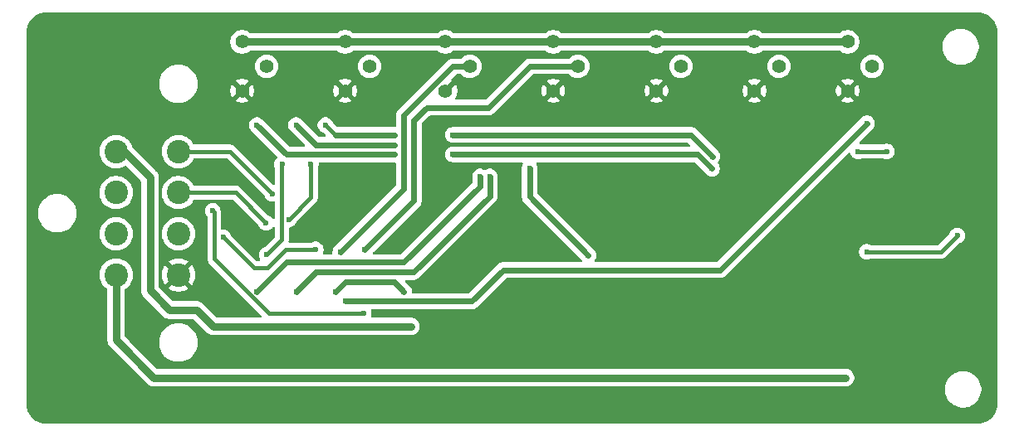
<source format=gbl>
G04 #@! TF.GenerationSoftware,KiCad,Pcbnew,9.0.0*
G04 #@! TF.CreationDate,2025-04-17T12:04:21-07:00*
G04 #@! TF.ProjectId,BSPD,42535044-2e6b-4696-9361-645f70636258,rev?*
G04 #@! TF.SameCoordinates,Original*
G04 #@! TF.FileFunction,Copper,L4,Bot*
G04 #@! TF.FilePolarity,Positive*
%FSLAX46Y46*%
G04 Gerber Fmt 4.6, Leading zero omitted, Abs format (unit mm)*
G04 Created by KiCad (PCBNEW 9.0.0) date 2025-04-17 12:04:21*
%MOMM*%
%LPD*%
G01*
G04 APERTURE LIST*
G04 #@! TA.AperFunction,ComponentPad*
%ADD10C,2.400000*%
G04 #@! TD*
G04 #@! TA.AperFunction,ComponentPad*
%ADD11C,1.400000*%
G04 #@! TD*
G04 #@! TA.AperFunction,ViaPad*
%ADD12C,0.600000*%
G04 #@! TD*
G04 #@! TA.AperFunction,Conductor*
%ADD13C,0.200000*%
G04 #@! TD*
G04 #@! TA.AperFunction,Conductor*
%ADD14C,0.600000*%
G04 #@! TD*
G04 #@! TA.AperFunction,Conductor*
%ADD15C,0.400000*%
G04 #@! TD*
G04 #@! TA.AperFunction,Conductor*
%ADD16C,0.800000*%
G04 #@! TD*
G04 APERTURE END LIST*
D10*
X55000000Y-116300000D03*
X55000000Y-112100000D03*
X55000000Y-107900000D03*
X55000000Y-103700000D03*
X48650000Y-103700000D03*
X48650000Y-107900000D03*
X48650000Y-112100000D03*
X48650000Y-116300000D03*
D11*
X113730000Y-92500000D03*
X116230000Y-95000000D03*
X113730000Y-97500000D03*
X103730000Y-92500000D03*
X106230000Y-95000000D03*
X103730000Y-97500000D03*
X72000000Y-92500000D03*
X74500000Y-95000000D03*
X72000000Y-97500000D03*
X93230000Y-92500000D03*
X95730000Y-95000000D03*
X93230000Y-97500000D03*
X61500000Y-92500000D03*
X64000000Y-95000000D03*
X61500000Y-97500000D03*
X123230000Y-92500000D03*
X125730000Y-95000000D03*
X123230000Y-97500000D03*
X82230000Y-92500000D03*
X84730000Y-95000000D03*
X82230000Y-97500000D03*
D12*
X87500000Y-118750000D03*
X70500000Y-99000000D03*
X86600000Y-115700000D03*
X85800000Y-115700000D03*
X84400000Y-105100000D03*
X121900000Y-114000000D03*
X63700000Y-97500000D03*
X64400000Y-97500000D03*
X69800000Y-99000000D03*
X72700000Y-105150000D03*
X100500000Y-113600000D03*
X83100000Y-108100000D03*
X86600000Y-112000000D03*
X85600000Y-97600000D03*
X86600000Y-112800000D03*
X118275000Y-114025000D03*
X110100000Y-97300000D03*
X109400000Y-108700000D03*
X109400000Y-110100000D03*
X87300000Y-100550000D03*
X121600000Y-108300000D03*
X98500000Y-111800000D03*
X85800000Y-112800000D03*
X85800000Y-112000000D03*
X121600000Y-109100000D03*
X88100000Y-100550000D03*
X88850000Y-100550000D03*
X110100000Y-96600000D03*
X84700000Y-97600000D03*
X70000000Y-101000000D03*
X77000000Y-102000000D03*
X83000000Y-104000000D03*
X109400000Y-105450000D03*
X83000000Y-102000000D03*
X109450000Y-104200000D03*
X71000000Y-118000000D03*
X78000000Y-118000000D03*
X77000000Y-116000000D03*
X67000000Y-118000000D03*
X86750000Y-106250000D03*
X63000000Y-101000000D03*
X77000000Y-104000000D03*
X67000000Y-101000000D03*
X77000000Y-103000000D03*
X85750000Y-106250000D03*
X76500000Y-115000000D03*
X63000000Y-118000000D03*
X58500000Y-109750000D03*
X73900000Y-120250000D03*
X124300000Y-103700000D03*
X127200000Y-103700000D03*
X125200000Y-100825000D03*
X72000000Y-119000000D03*
X78685000Y-121565000D03*
X96800000Y-114300000D03*
X90800000Y-105400000D03*
X59575000Y-112475000D03*
X69000000Y-113700000D03*
X71500000Y-114000000D03*
X73985500Y-113745250D03*
X64562000Y-107995250D03*
X68500000Y-105000000D03*
X66250000Y-110645250D03*
X65561500Y-105000000D03*
X64000000Y-114250000D03*
X63950000Y-110995250D03*
X123000000Y-126800000D03*
X125175000Y-113950000D03*
X134400000Y-112300000D03*
D13*
X85800000Y-112800000D02*
X85800000Y-115700000D01*
D14*
X71000000Y-102000000D02*
X77000000Y-102000000D01*
X83000000Y-104000000D02*
X107950000Y-104000000D01*
D15*
X70000000Y-101000000D02*
X71000000Y-102000000D01*
D14*
X107950000Y-104000000D02*
X109400000Y-105450000D01*
X83000000Y-102000000D02*
X107250000Y-102000000D01*
X107250000Y-102000000D02*
X109450000Y-104200000D01*
X72000000Y-117000000D02*
X71000000Y-118000000D01*
X78000000Y-118000000D02*
X77000000Y-117000000D01*
X77000000Y-117000000D02*
X72000000Y-117000000D01*
X69000000Y-116000000D02*
X77000000Y-116000000D01*
X86750000Y-106250000D02*
X86750000Y-108250000D01*
X67000000Y-118000000D02*
X69000000Y-116000000D01*
X79000000Y-116000000D02*
X77000000Y-116000000D01*
X86750000Y-108250000D02*
X79000000Y-116000000D01*
X63000000Y-101000000D02*
X66000000Y-104000000D01*
X66000000Y-104000000D02*
X77000000Y-104000000D01*
X67000000Y-101000000D02*
X69000000Y-103000000D01*
X69000000Y-103000000D02*
X77000000Y-103000000D01*
X78000000Y-115000000D02*
X85750000Y-107250000D01*
X76500000Y-115000000D02*
X78000000Y-115000000D01*
X76500000Y-115000000D02*
X66000000Y-115000000D01*
X85750000Y-107250000D02*
X85750000Y-106250000D01*
X66000000Y-115000000D02*
X63000000Y-118000000D01*
D15*
X58650000Y-114641364D02*
X64258636Y-120250000D01*
X64258636Y-120250000D02*
X73900000Y-120250000D01*
X58500000Y-109750000D02*
X58650000Y-109900000D01*
X58650000Y-109900000D02*
X58650000Y-114641364D01*
X127200000Y-103700000D02*
X124300000Y-103700000D01*
D14*
X88100000Y-115800000D02*
X84900000Y-119000000D01*
X110225000Y-115800000D02*
X88100000Y-115800000D01*
X125200000Y-100825000D02*
X110225000Y-115800000D01*
X84900000Y-119000000D02*
X72000000Y-119000000D01*
D16*
X52100000Y-106350000D02*
X48800000Y-103050000D01*
X56900000Y-119900000D02*
X54100000Y-119900000D01*
X58565000Y-121565000D02*
X56900000Y-119900000D01*
X52100000Y-117900000D02*
X52100000Y-106350000D01*
X54100000Y-119900000D02*
X52100000Y-117900000D01*
X78685000Y-121565000D02*
X58565000Y-121565000D01*
D14*
X90800000Y-105400000D02*
X90800000Y-108300000D01*
X90800000Y-108300000D02*
X96800000Y-114300000D01*
D16*
X61500000Y-92500000D02*
X123230000Y-92500000D01*
D15*
X62700000Y-115600000D02*
X64070682Y-115600000D01*
X64070682Y-115600000D02*
X65970682Y-113700000D01*
X65970682Y-113700000D02*
X69000000Y-113700000D01*
X59575000Y-112475000D02*
X62700000Y-115600000D01*
D14*
X83000000Y-95000000D02*
X84730000Y-95000000D01*
X78000000Y-100000000D02*
X83000000Y-95000000D01*
X71500000Y-114000000D02*
X78000000Y-107500000D01*
X78000000Y-107500000D02*
X78000000Y-100000000D01*
X79000000Y-100500000D02*
X80300000Y-99200000D01*
X80300000Y-99200000D02*
X86600000Y-99200000D01*
X73985500Y-113745250D02*
X79000000Y-108730750D01*
X79000000Y-108730750D02*
X79000000Y-100500000D01*
X90800000Y-95000000D02*
X95730000Y-95000000D01*
X86600000Y-99200000D02*
X90800000Y-95000000D01*
D15*
X60266750Y-103700000D02*
X55800000Y-103700000D01*
X55800000Y-103700000D02*
X55150000Y-103050000D01*
X64562000Y-107995250D02*
X60266750Y-103700000D01*
X68500000Y-105000000D02*
X68500000Y-108395250D01*
X68500000Y-108395250D02*
X66250000Y-110645250D01*
X64000000Y-114250000D02*
X65550000Y-112700000D01*
X65550000Y-112700000D02*
X65550000Y-105206750D01*
X60854750Y-107900000D02*
X55555000Y-107900000D01*
X55555000Y-107900000D02*
X55150000Y-107495000D01*
X63950000Y-110995250D02*
X60854750Y-107900000D01*
D16*
X48650000Y-122950000D02*
X48650000Y-116300000D01*
X52500000Y-126800000D02*
X48650000Y-122950000D01*
X123000000Y-126800000D02*
X52500000Y-126800000D01*
D15*
X132750000Y-113950000D02*
X125175000Y-113950000D01*
X134400000Y-112300000D02*
X132750000Y-113950000D01*
G04 #@! TA.AperFunction,Conductor*
G36*
X77142539Y-104820185D02*
G01*
X77188294Y-104872989D01*
X77199500Y-104924500D01*
X77199500Y-107117059D01*
X77179815Y-107184098D01*
X77163181Y-107204740D01*
X70878213Y-113489707D01*
X70878210Y-113489711D01*
X70790609Y-113620814D01*
X70790602Y-113620827D01*
X70730264Y-113766498D01*
X70730261Y-113766510D01*
X70699500Y-113921153D01*
X70699500Y-114075500D01*
X70679815Y-114142539D01*
X70627011Y-114188294D01*
X70575500Y-114199500D01*
X69845134Y-114199500D01*
X69778095Y-114179815D01*
X69732340Y-114127011D01*
X69722396Y-114057853D01*
X69730573Y-114028047D01*
X69735357Y-114016498D01*
X69769737Y-113933497D01*
X69800500Y-113778842D01*
X69800500Y-113621158D01*
X69800500Y-113621155D01*
X69800499Y-113621153D01*
X69790486Y-113570814D01*
X69769737Y-113466503D01*
X69764529Y-113453929D01*
X69709397Y-113320827D01*
X69709390Y-113320814D01*
X69621789Y-113189711D01*
X69621786Y-113189707D01*
X69510292Y-113078213D01*
X69510288Y-113078210D01*
X69379185Y-112990609D01*
X69379172Y-112990602D01*
X69233501Y-112930264D01*
X69233489Y-112930261D01*
X69078845Y-112899500D01*
X69078842Y-112899500D01*
X68921158Y-112899500D01*
X68921155Y-112899500D01*
X68766510Y-112930261D01*
X68766498Y-112930264D01*
X68622136Y-112990061D01*
X68574684Y-112999500D01*
X66355744Y-112999500D01*
X66288705Y-112979815D01*
X66242950Y-112927011D01*
X66233006Y-112857853D01*
X66234127Y-112851309D01*
X66250499Y-112768998D01*
X66250500Y-112768996D01*
X66250500Y-111563097D01*
X66270185Y-111496058D01*
X66322989Y-111450303D01*
X66350309Y-111441480D01*
X66366291Y-111438300D01*
X66483497Y-111414987D01*
X66629179Y-111354644D01*
X66760289Y-111267039D01*
X66871789Y-111155539D01*
X66959394Y-111024429D01*
X66959395Y-111024426D01*
X66959397Y-111024423D01*
X67019192Y-110880062D01*
X67046069Y-110839836D01*
X69044114Y-108841793D01*
X69120775Y-108727061D01*
X69130061Y-108704644D01*
X69166347Y-108617039D01*
X69173580Y-108599578D01*
X69186724Y-108533501D01*
X69200500Y-108464245D01*
X69200500Y-105425316D01*
X69209939Y-105377864D01*
X69269735Y-105233501D01*
X69269737Y-105233497D01*
X69300500Y-105078842D01*
X69300500Y-104924500D01*
X69320185Y-104857461D01*
X69372989Y-104811706D01*
X69424500Y-104800500D01*
X77075500Y-104800500D01*
X77142539Y-104820185D01*
G37*
G04 #@! TD.AperFunction*
G04 #@! TA.AperFunction,Conductor*
G36*
X136504043Y-89500765D02*
G01*
X136752895Y-89517075D01*
X136768953Y-89519190D01*
X136976105Y-89560395D01*
X137009535Y-89567045D01*
X137025202Y-89571243D01*
X137194947Y-89628863D01*
X137257481Y-89650091D01*
X137272458Y-89656294D01*
X137481799Y-89759529D01*
X137492460Y-89764787D01*
X137506508Y-89772897D01*
X137710464Y-89909177D01*
X137723328Y-89919048D01*
X137907749Y-90080781D01*
X137919218Y-90092250D01*
X138080951Y-90276671D01*
X138090825Y-90289539D01*
X138227102Y-90493492D01*
X138235212Y-90507539D01*
X138343702Y-90727534D01*
X138349909Y-90742520D01*
X138428756Y-90974797D01*
X138432954Y-90990464D01*
X138480807Y-91231035D01*
X138482925Y-91247116D01*
X138499235Y-91495956D01*
X138499500Y-91504066D01*
X138499500Y-129495933D01*
X138499235Y-129504043D01*
X138482925Y-129752883D01*
X138480807Y-129768964D01*
X138432954Y-130009535D01*
X138428756Y-130025202D01*
X138349909Y-130257479D01*
X138343702Y-130272465D01*
X138235212Y-130492460D01*
X138227102Y-130506507D01*
X138090825Y-130710460D01*
X138080951Y-130723328D01*
X137919218Y-130907749D01*
X137907749Y-130919218D01*
X137723328Y-131080951D01*
X137710460Y-131090825D01*
X137506507Y-131227102D01*
X137492460Y-131235212D01*
X137272465Y-131343702D01*
X137257479Y-131349909D01*
X137025202Y-131428756D01*
X137009535Y-131432954D01*
X136768964Y-131480807D01*
X136752883Y-131482925D01*
X136504043Y-131499235D01*
X136495933Y-131499500D01*
X41504067Y-131499500D01*
X41495957Y-131499235D01*
X41247116Y-131482925D01*
X41231035Y-131480807D01*
X40990464Y-131432954D01*
X40974797Y-131428756D01*
X40742520Y-131349909D01*
X40727534Y-131343702D01*
X40507539Y-131235212D01*
X40493492Y-131227102D01*
X40289539Y-131090825D01*
X40276671Y-131080951D01*
X40092250Y-130919218D01*
X40080781Y-130907749D01*
X39919048Y-130723328D01*
X39909174Y-130710460D01*
X39772897Y-130506507D01*
X39764787Y-130492460D01*
X39658855Y-130277652D01*
X39656294Y-130272458D01*
X39650090Y-130257479D01*
X39571243Y-130025202D01*
X39567045Y-130009535D01*
X39529113Y-129818838D01*
X39519190Y-129768953D01*
X39517075Y-129752895D01*
X39500765Y-129504043D01*
X39500500Y-129495933D01*
X39500500Y-127878711D01*
X133149500Y-127878711D01*
X133149500Y-128121288D01*
X133181161Y-128361785D01*
X133243947Y-128596104D01*
X133336773Y-128820205D01*
X133336776Y-128820212D01*
X133458064Y-129030289D01*
X133458066Y-129030292D01*
X133458067Y-129030293D01*
X133605733Y-129222736D01*
X133605739Y-129222743D01*
X133777256Y-129394260D01*
X133777263Y-129394266D01*
X133890321Y-129481018D01*
X133969711Y-129541936D01*
X134179788Y-129663224D01*
X134375269Y-129744195D01*
X134396244Y-129752883D01*
X134403900Y-129756054D01*
X134638211Y-129818838D01*
X134818586Y-129842584D01*
X134878711Y-129850500D01*
X134878712Y-129850500D01*
X135121289Y-129850500D01*
X135169388Y-129844167D01*
X135361789Y-129818838D01*
X135596100Y-129756054D01*
X135820212Y-129663224D01*
X136030289Y-129541936D01*
X136222738Y-129394265D01*
X136394265Y-129222738D01*
X136541936Y-129030289D01*
X136663224Y-128820212D01*
X136756054Y-128596100D01*
X136818838Y-128361789D01*
X136850500Y-128121288D01*
X136850500Y-127878712D01*
X136818838Y-127638211D01*
X136756054Y-127403900D01*
X136663224Y-127179788D01*
X136541936Y-126969711D01*
X136394265Y-126777262D01*
X136394260Y-126777256D01*
X136222743Y-126605739D01*
X136222736Y-126605733D01*
X136030293Y-126458067D01*
X136030292Y-126458066D01*
X136030289Y-126458064D01*
X135820212Y-126336776D01*
X135820205Y-126336773D01*
X135596104Y-126243947D01*
X135361785Y-126181161D01*
X135121289Y-126149500D01*
X135121288Y-126149500D01*
X134878712Y-126149500D01*
X134878711Y-126149500D01*
X134638214Y-126181161D01*
X134403895Y-126243947D01*
X134179794Y-126336773D01*
X134179785Y-126336777D01*
X133969706Y-126458067D01*
X133777263Y-126605733D01*
X133777256Y-126605739D01*
X133605739Y-126777256D01*
X133605733Y-126777263D01*
X133458067Y-126969706D01*
X133336777Y-127179785D01*
X133336773Y-127179794D01*
X133243947Y-127403895D01*
X133181161Y-127638214D01*
X133149500Y-127878711D01*
X39500500Y-127878711D01*
X39500500Y-116188549D01*
X46949500Y-116188549D01*
X46949500Y-116411450D01*
X46949501Y-116411466D01*
X46978594Y-116632452D01*
X46978595Y-116632457D01*
X46978596Y-116632463D01*
X47036290Y-116847780D01*
X47036293Y-116847790D01*
X47121593Y-117053722D01*
X47121595Y-117053726D01*
X47233052Y-117246774D01*
X47233057Y-117246780D01*
X47233058Y-117246782D01*
X47368751Y-117423622D01*
X47368757Y-117423629D01*
X47526370Y-117581242D01*
X47526377Y-117581248D01*
X47700986Y-117715229D01*
X47742189Y-117771656D01*
X47749500Y-117813605D01*
X47749500Y-123038696D01*
X47784103Y-123212658D01*
X47784105Y-123212666D01*
X47815526Y-123288524D01*
X47815529Y-123288529D01*
X47818046Y-123294606D01*
X47851987Y-123376547D01*
X47911063Y-123464959D01*
X47914169Y-123469607D01*
X47914172Y-123469613D01*
X47950534Y-123524034D01*
X51925966Y-127499466D01*
X51960326Y-127522423D01*
X51985040Y-127538936D01*
X52073453Y-127598013D01*
X52155393Y-127631953D01*
X52161480Y-127634474D01*
X52161485Y-127634477D01*
X52197940Y-127649577D01*
X52237334Y-127665895D01*
X52411303Y-127700499D01*
X52411307Y-127700500D01*
X52411308Y-127700500D01*
X123088693Y-127700500D01*
X123088694Y-127700499D01*
X123146682Y-127688964D01*
X123262658Y-127665896D01*
X123262661Y-127665894D01*
X123262666Y-127665894D01*
X123426547Y-127598013D01*
X123574035Y-127499464D01*
X123699464Y-127374035D01*
X123798013Y-127226547D01*
X123865894Y-127062666D01*
X123900500Y-126888691D01*
X123900500Y-126711309D01*
X123900500Y-126711306D01*
X123900499Y-126711304D01*
X123865896Y-126537341D01*
X123865893Y-126537332D01*
X123798016Y-126373459D01*
X123798009Y-126373446D01*
X123699464Y-126225965D01*
X123699461Y-126225961D01*
X123574038Y-126100538D01*
X123574034Y-126100535D01*
X123426553Y-126001990D01*
X123426540Y-126001983D01*
X123262667Y-125934106D01*
X123262658Y-125934103D01*
X123088694Y-125899500D01*
X123088691Y-125899500D01*
X52924362Y-125899500D01*
X52857323Y-125879815D01*
X52836681Y-125863181D01*
X50054666Y-123081166D01*
X53034500Y-123081166D01*
X53034500Y-123338833D01*
X53051106Y-123464959D01*
X53068131Y-123594273D01*
X53101473Y-123718709D01*
X53134816Y-123843147D01*
X53233412Y-124081177D01*
X53233416Y-124081187D01*
X53362239Y-124304315D01*
X53519086Y-124508723D01*
X53519092Y-124508730D01*
X53701269Y-124690907D01*
X53701276Y-124690913D01*
X53905684Y-124847760D01*
X54128812Y-124976583D01*
X54128813Y-124976583D01*
X54128816Y-124976585D01*
X54287508Y-125042317D01*
X54366852Y-125075183D01*
X54366853Y-125075183D01*
X54366855Y-125075184D01*
X54615727Y-125141869D01*
X54871174Y-125175500D01*
X54871181Y-125175500D01*
X55128819Y-125175500D01*
X55128826Y-125175500D01*
X55384273Y-125141869D01*
X55633145Y-125075184D01*
X55871184Y-124976585D01*
X56094316Y-124847760D01*
X56298725Y-124690912D01*
X56480912Y-124508725D01*
X56637760Y-124304316D01*
X56766585Y-124081184D01*
X56865184Y-123843145D01*
X56931869Y-123594273D01*
X56965500Y-123338826D01*
X56965500Y-123081174D01*
X56931869Y-122825727D01*
X56865184Y-122576855D01*
X56766585Y-122338816D01*
X56637760Y-122115684D01*
X56480912Y-121911275D01*
X56480907Y-121911269D01*
X56298730Y-121729092D01*
X56298723Y-121729086D01*
X56094315Y-121572239D01*
X55871187Y-121443416D01*
X55871177Y-121443412D01*
X55633147Y-121344816D01*
X55508709Y-121311473D01*
X55384273Y-121278131D01*
X55327507Y-121270657D01*
X55128833Y-121244500D01*
X55128826Y-121244500D01*
X54871174Y-121244500D01*
X54871166Y-121244500D01*
X54644110Y-121274394D01*
X54615727Y-121278131D01*
X54553509Y-121294802D01*
X54366852Y-121344816D01*
X54128822Y-121443412D01*
X54128812Y-121443416D01*
X53905684Y-121572239D01*
X53701276Y-121729086D01*
X53701269Y-121729092D01*
X53519092Y-121911269D01*
X53519086Y-121911276D01*
X53362239Y-122115684D01*
X53233416Y-122338812D01*
X53233412Y-122338822D01*
X53134816Y-122576852D01*
X53068131Y-122825728D01*
X53034500Y-123081166D01*
X50054666Y-123081166D01*
X49586819Y-122613319D01*
X49553334Y-122551996D01*
X49550500Y-122525638D01*
X49550500Y-117813605D01*
X49570185Y-117746566D01*
X49599014Y-117715229D01*
X49663228Y-117665956D01*
X49773624Y-117581247D01*
X49931247Y-117423624D01*
X50066948Y-117246774D01*
X50178405Y-117053726D01*
X50263710Y-116847781D01*
X50321404Y-116632463D01*
X50350500Y-116411457D01*
X50350500Y-116188543D01*
X50321404Y-115967537D01*
X50263710Y-115752219D01*
X50178405Y-115546274D01*
X50066948Y-115353226D01*
X49931247Y-115176376D01*
X49931242Y-115176370D01*
X49773629Y-115018757D01*
X49773622Y-115018751D01*
X49596782Y-114883058D01*
X49596780Y-114883057D01*
X49596774Y-114883052D01*
X49403726Y-114771595D01*
X49403722Y-114771593D01*
X49197790Y-114686293D01*
X49197783Y-114686291D01*
X49197781Y-114686290D01*
X48982463Y-114628596D01*
X48982457Y-114628595D01*
X48982452Y-114628594D01*
X48761466Y-114599501D01*
X48761463Y-114599500D01*
X48761457Y-114599500D01*
X48538543Y-114599500D01*
X48538537Y-114599500D01*
X48538533Y-114599501D01*
X48317547Y-114628594D01*
X48317540Y-114628595D01*
X48317537Y-114628596D01*
X48315343Y-114629184D01*
X48102219Y-114686290D01*
X48102209Y-114686293D01*
X47896277Y-114771593D01*
X47896273Y-114771595D01*
X47703226Y-114883052D01*
X47703217Y-114883058D01*
X47526377Y-115018751D01*
X47526370Y-115018757D01*
X47368757Y-115176370D01*
X47368751Y-115176377D01*
X47233058Y-115353217D01*
X47233052Y-115353226D01*
X47121595Y-115546273D01*
X47121593Y-115546277D01*
X47036293Y-115752209D01*
X47036290Y-115752219D01*
X46988228Y-115931592D01*
X46978597Y-115967534D01*
X46978594Y-115967547D01*
X46949501Y-116188533D01*
X46949500Y-116188549D01*
X39500500Y-116188549D01*
X39500500Y-111988549D01*
X46949500Y-111988549D01*
X46949500Y-112211450D01*
X46949501Y-112211466D01*
X46978594Y-112432452D01*
X46978595Y-112432457D01*
X46978596Y-112432463D01*
X47005666Y-112533489D01*
X47036290Y-112647780D01*
X47036293Y-112647790D01*
X47103604Y-112810292D01*
X47121595Y-112853726D01*
X47233052Y-113046774D01*
X47233057Y-113046780D01*
X47233058Y-113046782D01*
X47368751Y-113223622D01*
X47368757Y-113223629D01*
X47526370Y-113381242D01*
X47526377Y-113381248D01*
X47637478Y-113466498D01*
X47703226Y-113516948D01*
X47896274Y-113628405D01*
X48102219Y-113713710D01*
X48317537Y-113771404D01*
X48538543Y-113800500D01*
X48538550Y-113800500D01*
X48761450Y-113800500D01*
X48761457Y-113800500D01*
X48982463Y-113771404D01*
X49197781Y-113713710D01*
X49403726Y-113628405D01*
X49596774Y-113516948D01*
X49773624Y-113381247D01*
X49931247Y-113223624D01*
X50066948Y-113046774D01*
X50178405Y-112853726D01*
X50263710Y-112647781D01*
X50321404Y-112432463D01*
X50350500Y-112211457D01*
X50350500Y-111988543D01*
X50321404Y-111767537D01*
X50263710Y-111552219D01*
X50178405Y-111346274D01*
X50066948Y-111153226D01*
X49931247Y-110976376D01*
X49931242Y-110976370D01*
X49773629Y-110818757D01*
X49773622Y-110818751D01*
X49596782Y-110683058D01*
X49596780Y-110683057D01*
X49596774Y-110683052D01*
X49403726Y-110571595D01*
X49403722Y-110571593D01*
X49197790Y-110486293D01*
X49197783Y-110486291D01*
X49197781Y-110486290D01*
X48982463Y-110428596D01*
X48982457Y-110428595D01*
X48982452Y-110428594D01*
X48761466Y-110399501D01*
X48761463Y-110399500D01*
X48761457Y-110399500D01*
X48538543Y-110399500D01*
X48538537Y-110399500D01*
X48538533Y-110399501D01*
X48317547Y-110428594D01*
X48317540Y-110428595D01*
X48317537Y-110428596D01*
X48107194Y-110484957D01*
X48102219Y-110486290D01*
X48102209Y-110486293D01*
X47896277Y-110571593D01*
X47896273Y-110571595D01*
X47703226Y-110683052D01*
X47703217Y-110683058D01*
X47526377Y-110818751D01*
X47526370Y-110818757D01*
X47368757Y-110976370D01*
X47368751Y-110976377D01*
X47233058Y-111153217D01*
X47233052Y-111153226D01*
X47121595Y-111346273D01*
X47121593Y-111346277D01*
X47036293Y-111552209D01*
X47036290Y-111552219D01*
X46979114Y-111765606D01*
X46978597Y-111767534D01*
X46978594Y-111767547D01*
X46949501Y-111988533D01*
X46949500Y-111988549D01*
X39500500Y-111988549D01*
X39500500Y-109871166D01*
X40684500Y-109871166D01*
X40684500Y-110128833D01*
X40701808Y-110260289D01*
X40718131Y-110384273D01*
X40751473Y-110508709D01*
X40784816Y-110633147D01*
X40883412Y-110871177D01*
X40883416Y-110871187D01*
X41012239Y-111094315D01*
X41169086Y-111298723D01*
X41169092Y-111298730D01*
X41351269Y-111480907D01*
X41351276Y-111480913D01*
X41555684Y-111637760D01*
X41778812Y-111766583D01*
X41778813Y-111766583D01*
X41778816Y-111766585D01*
X41849227Y-111795750D01*
X42016852Y-111865183D01*
X42016853Y-111865183D01*
X42016855Y-111865184D01*
X42265727Y-111931869D01*
X42521174Y-111965500D01*
X42521181Y-111965500D01*
X42778819Y-111965500D01*
X42778826Y-111965500D01*
X43034273Y-111931869D01*
X43283145Y-111865184D01*
X43521184Y-111766585D01*
X43744316Y-111637760D01*
X43948725Y-111480912D01*
X44130912Y-111298725D01*
X44287760Y-111094316D01*
X44416585Y-110871184D01*
X44515184Y-110633145D01*
X44581869Y-110384273D01*
X44615500Y-110128826D01*
X44615500Y-109871174D01*
X44581869Y-109615727D01*
X44515184Y-109366855D01*
X44494511Y-109316947D01*
X44482317Y-109287508D01*
X44416585Y-109128816D01*
X44355855Y-109023629D01*
X44287760Y-108905684D01*
X44130913Y-108701276D01*
X44130907Y-108701269D01*
X43948730Y-108519092D01*
X43948723Y-108519086D01*
X43744315Y-108362239D01*
X43521187Y-108233416D01*
X43521177Y-108233412D01*
X43283147Y-108134816D01*
X43158709Y-108101473D01*
X43034273Y-108068131D01*
X42977507Y-108060657D01*
X42778833Y-108034500D01*
X42778826Y-108034500D01*
X42521174Y-108034500D01*
X42521166Y-108034500D01*
X42294110Y-108064394D01*
X42265727Y-108068131D01*
X42203509Y-108084802D01*
X42016852Y-108134816D01*
X41778822Y-108233412D01*
X41778812Y-108233416D01*
X41555684Y-108362239D01*
X41351276Y-108519086D01*
X41351269Y-108519092D01*
X41169092Y-108701269D01*
X41169086Y-108701276D01*
X41012239Y-108905684D01*
X40883416Y-109128812D01*
X40883412Y-109128822D01*
X40784816Y-109366852D01*
X40745466Y-109513710D01*
X40719366Y-109611120D01*
X40718131Y-109615728D01*
X40684500Y-109871166D01*
X39500500Y-109871166D01*
X39500500Y-107788549D01*
X46949500Y-107788549D01*
X46949500Y-108011450D01*
X46949501Y-108011466D01*
X46978594Y-108232452D01*
X46978595Y-108232457D01*
X46978596Y-108232463D01*
X47016637Y-108374435D01*
X47036290Y-108447780D01*
X47036293Y-108447790D01*
X47111424Y-108629172D01*
X47121595Y-108653726D01*
X47233052Y-108846774D01*
X47233057Y-108846780D01*
X47233058Y-108846782D01*
X47368751Y-109023622D01*
X47368757Y-109023629D01*
X47526370Y-109181242D01*
X47526377Y-109181248D01*
X47604299Y-109241039D01*
X47703226Y-109316948D01*
X47896274Y-109428405D01*
X48102219Y-109513710D01*
X48317537Y-109571404D01*
X48538543Y-109600500D01*
X48538550Y-109600500D01*
X48761450Y-109600500D01*
X48761457Y-109600500D01*
X48982463Y-109571404D01*
X49197781Y-109513710D01*
X49403726Y-109428405D01*
X49596774Y-109316948D01*
X49773624Y-109181247D01*
X49931247Y-109023624D01*
X50066948Y-108846774D01*
X50178405Y-108653726D01*
X50263710Y-108447781D01*
X50321404Y-108232463D01*
X50350500Y-108011457D01*
X50350500Y-107788543D01*
X50321404Y-107567537D01*
X50263710Y-107352219D01*
X50178405Y-107146274D01*
X50066948Y-106953226D01*
X49931247Y-106776376D01*
X49931242Y-106776370D01*
X49773629Y-106618757D01*
X49773622Y-106618751D01*
X49596782Y-106483058D01*
X49596780Y-106483057D01*
X49596774Y-106483052D01*
X49403726Y-106371595D01*
X49403722Y-106371593D01*
X49197790Y-106286293D01*
X49197783Y-106286291D01*
X49197781Y-106286290D01*
X48982463Y-106228596D01*
X48982457Y-106228595D01*
X48982452Y-106228594D01*
X48761466Y-106199501D01*
X48761463Y-106199500D01*
X48761457Y-106199500D01*
X48538543Y-106199500D01*
X48538537Y-106199500D01*
X48538533Y-106199501D01*
X48317547Y-106228594D01*
X48317540Y-106228595D01*
X48317537Y-106228596D01*
X48195454Y-106261308D01*
X48102219Y-106286290D01*
X48102209Y-106286293D01*
X47896277Y-106371593D01*
X47896273Y-106371595D01*
X47703226Y-106483052D01*
X47703217Y-106483058D01*
X47526377Y-106618751D01*
X47526370Y-106618757D01*
X47368757Y-106776370D01*
X47368751Y-106776377D01*
X47233058Y-106953217D01*
X47233052Y-106953226D01*
X47121595Y-107146273D01*
X47121593Y-107146277D01*
X47036293Y-107352209D01*
X47036290Y-107352219D01*
X46978597Y-107567534D01*
X46978594Y-107567547D01*
X46949501Y-107788533D01*
X46949500Y-107788549D01*
X39500500Y-107788549D01*
X39500500Y-103588549D01*
X46949500Y-103588549D01*
X46949500Y-103811450D01*
X46949501Y-103811466D01*
X46978594Y-104032452D01*
X46978595Y-104032457D01*
X46978596Y-104032463D01*
X47032463Y-104233497D01*
X47036290Y-104247780D01*
X47036293Y-104247790D01*
X47114592Y-104436819D01*
X47121595Y-104453726D01*
X47233052Y-104646774D01*
X47233057Y-104646780D01*
X47233058Y-104646782D01*
X47368751Y-104823622D01*
X47368757Y-104823629D01*
X47526370Y-104981242D01*
X47526377Y-104981248D01*
X47577938Y-105020812D01*
X47703226Y-105116948D01*
X47896274Y-105228405D01*
X48102219Y-105313710D01*
X48317537Y-105371404D01*
X48538543Y-105400500D01*
X48538550Y-105400500D01*
X48761450Y-105400500D01*
X48761457Y-105400500D01*
X48982463Y-105371404D01*
X49197781Y-105313710D01*
X49403726Y-105228405D01*
X49512264Y-105165739D01*
X49580162Y-105149266D01*
X49646190Y-105172118D01*
X49661945Y-105185445D01*
X51163181Y-106686680D01*
X51196666Y-106748003D01*
X51199500Y-106774361D01*
X51199500Y-117988696D01*
X51234103Y-118162658D01*
X51234105Y-118162666D01*
X51262105Y-118230263D01*
X51301987Y-118326547D01*
X51334028Y-118374499D01*
X51338262Y-118380835D01*
X51400537Y-118474038D01*
X53525960Y-120599461D01*
X53525963Y-120599463D01*
X53525964Y-120599464D01*
X53570436Y-120629179D01*
X53673453Y-120698013D01*
X53755393Y-120731953D01*
X53837334Y-120765895D01*
X54011303Y-120800499D01*
X54011307Y-120800500D01*
X54011308Y-120800500D01*
X54011309Y-120800500D01*
X56475638Y-120800500D01*
X56542677Y-120820185D01*
X56563319Y-120836819D01*
X57298740Y-121572239D01*
X57865536Y-122139035D01*
X57990962Y-122264461D01*
X57990966Y-122264465D01*
X58138449Y-122363011D01*
X58138451Y-122363012D01*
X58138453Y-122363013D01*
X58169718Y-122375963D01*
X58169719Y-122375964D01*
X58169720Y-122375964D01*
X58302334Y-122430895D01*
X58476304Y-122465499D01*
X58476308Y-122465500D01*
X58476309Y-122465500D01*
X78773693Y-122465500D01*
X78773694Y-122465499D01*
X78831682Y-122453964D01*
X78947658Y-122430896D01*
X78947661Y-122430894D01*
X78947666Y-122430894D01*
X79111547Y-122363013D01*
X79259035Y-122264464D01*
X79384464Y-122139035D01*
X79483013Y-121991547D01*
X79550894Y-121827666D01*
X79585500Y-121653691D01*
X79585500Y-121476309D01*
X79585500Y-121476306D01*
X79585499Y-121476304D01*
X79550896Y-121302341D01*
X79550893Y-121302332D01*
X79483016Y-121138459D01*
X79483009Y-121138446D01*
X79384464Y-120990965D01*
X79384461Y-120990961D01*
X79259038Y-120865538D01*
X79259034Y-120865535D01*
X79111553Y-120766990D01*
X79111540Y-120766983D01*
X78947667Y-120699106D01*
X78947658Y-120699103D01*
X78773694Y-120664500D01*
X78773691Y-120664500D01*
X74780342Y-120664500D01*
X74713303Y-120644815D01*
X74667548Y-120592011D01*
X74657604Y-120522853D01*
X74665781Y-120493047D01*
X74669737Y-120483497D01*
X74700500Y-120328842D01*
X74700500Y-120171158D01*
X74700500Y-120171155D01*
X74700499Y-120171153D01*
X74669738Y-120016510D01*
X74669737Y-120016503D01*
X74651284Y-119971952D01*
X74643815Y-119902483D01*
X74675091Y-119840004D01*
X74735180Y-119804352D01*
X74765845Y-119800500D01*
X84978844Y-119800500D01*
X84978845Y-119800499D01*
X85133497Y-119769737D01*
X85279179Y-119709394D01*
X85410289Y-119621789D01*
X88395259Y-116636819D01*
X88456582Y-116603334D01*
X88482940Y-116600500D01*
X110303844Y-116600500D01*
X110303845Y-116600499D01*
X110458497Y-116569737D01*
X110604179Y-116509394D01*
X110735289Y-116421789D01*
X111980708Y-115176370D01*
X113285926Y-113871153D01*
X124374500Y-113871153D01*
X124374500Y-114028846D01*
X124405261Y-114183489D01*
X124405264Y-114183501D01*
X124465602Y-114329172D01*
X124465609Y-114329185D01*
X124553210Y-114460288D01*
X124553213Y-114460292D01*
X124664707Y-114571786D01*
X124664711Y-114571789D01*
X124795814Y-114659390D01*
X124795827Y-114659397D01*
X124933227Y-114716309D01*
X124941503Y-114719737D01*
X125096153Y-114750499D01*
X125096156Y-114750500D01*
X125096158Y-114750500D01*
X125253844Y-114750500D01*
X125253845Y-114750499D01*
X125408497Y-114719737D01*
X125506399Y-114679185D01*
X125552864Y-114659939D01*
X125600316Y-114650500D01*
X132818996Y-114650500D01*
X132926180Y-114629179D01*
X132954328Y-114623580D01*
X133018069Y-114597177D01*
X133081807Y-114570777D01*
X133081808Y-114570776D01*
X133081811Y-114570775D01*
X133196543Y-114494114D01*
X134594587Y-113096068D01*
X134634808Y-113069193D01*
X134779179Y-113009394D01*
X134910289Y-112921789D01*
X135021789Y-112810289D01*
X135109394Y-112679179D01*
X135169737Y-112533497D01*
X135200500Y-112378842D01*
X135200500Y-112221158D01*
X135200500Y-112221155D01*
X135200499Y-112221153D01*
X135198569Y-112211450D01*
X135169737Y-112066503D01*
X135127572Y-111964707D01*
X135109397Y-111920827D01*
X135109390Y-111920814D01*
X135021789Y-111789711D01*
X135021786Y-111789707D01*
X134910292Y-111678213D01*
X134910288Y-111678210D01*
X134779185Y-111590609D01*
X134779172Y-111590602D01*
X134633501Y-111530264D01*
X134633489Y-111530261D01*
X134478845Y-111499500D01*
X134478842Y-111499500D01*
X134321158Y-111499500D01*
X134321155Y-111499500D01*
X134166510Y-111530261D01*
X134166498Y-111530264D01*
X134020827Y-111590602D01*
X134020814Y-111590609D01*
X133889711Y-111678210D01*
X133889707Y-111678213D01*
X133778213Y-111789707D01*
X133778210Y-111789711D01*
X133690609Y-111920814D01*
X133690604Y-111920824D01*
X133630808Y-112065185D01*
X133603928Y-112105413D01*
X132496162Y-113213181D01*
X132434839Y-113246666D01*
X132408481Y-113249500D01*
X125600316Y-113249500D01*
X125552864Y-113240061D01*
X125408501Y-113180264D01*
X125408489Y-113180261D01*
X125253845Y-113149500D01*
X125253842Y-113149500D01*
X125096158Y-113149500D01*
X125096155Y-113149500D01*
X124941510Y-113180261D01*
X124941498Y-113180264D01*
X124795827Y-113240602D01*
X124795814Y-113240609D01*
X124664711Y-113328210D01*
X124664707Y-113328213D01*
X124553213Y-113439707D01*
X124553210Y-113439711D01*
X124465609Y-113570814D01*
X124465602Y-113570827D01*
X124405264Y-113716498D01*
X124405261Y-113716510D01*
X124374500Y-113871153D01*
X113285926Y-113871153D01*
X113379694Y-113777385D01*
X120785485Y-106371593D01*
X123315343Y-103841734D01*
X123376664Y-103808251D01*
X123446356Y-103813235D01*
X123502289Y-103855107D01*
X123524639Y-103905226D01*
X123530261Y-103933489D01*
X123530264Y-103933501D01*
X123590602Y-104079172D01*
X123590609Y-104079185D01*
X123678210Y-104210288D01*
X123678213Y-104210292D01*
X123789707Y-104321786D01*
X123789711Y-104321789D01*
X123920814Y-104409390D01*
X123920827Y-104409397D01*
X124066498Y-104469735D01*
X124066503Y-104469737D01*
X124221153Y-104500499D01*
X124221156Y-104500500D01*
X124221158Y-104500500D01*
X124378844Y-104500500D01*
X124378845Y-104500499D01*
X124533497Y-104469737D01*
X124621003Y-104433491D01*
X124677864Y-104409939D01*
X124725316Y-104400500D01*
X126774684Y-104400500D01*
X126822136Y-104409939D01*
X126949029Y-104462499D01*
X126966503Y-104469737D01*
X127121153Y-104500499D01*
X127121156Y-104500500D01*
X127121158Y-104500500D01*
X127278844Y-104500500D01*
X127278845Y-104500499D01*
X127433497Y-104469737D01*
X127553127Y-104420185D01*
X127579172Y-104409397D01*
X127579172Y-104409396D01*
X127579179Y-104409394D01*
X127710289Y-104321789D01*
X127821789Y-104210289D01*
X127909394Y-104079179D01*
X127969737Y-103933497D01*
X128000500Y-103778842D01*
X128000500Y-103621158D01*
X128000500Y-103621155D01*
X128000499Y-103621153D01*
X127974353Y-103489711D01*
X127969737Y-103466503D01*
X127969735Y-103466498D01*
X127909397Y-103320827D01*
X127909390Y-103320814D01*
X127821789Y-103189711D01*
X127821786Y-103189707D01*
X127710292Y-103078213D01*
X127710288Y-103078210D01*
X127579185Y-102990609D01*
X127579172Y-102990602D01*
X127433501Y-102930264D01*
X127433489Y-102930261D01*
X127278845Y-102899500D01*
X127278842Y-102899500D01*
X127121158Y-102899500D01*
X127121155Y-102899500D01*
X126966510Y-102930261D01*
X126966498Y-102930264D01*
X126822136Y-102990061D01*
X126774684Y-102999500D01*
X124725316Y-102999500D01*
X124719882Y-102998527D01*
X124716797Y-102999207D01*
X124694738Y-102994025D01*
X124682289Y-102991796D01*
X124679311Y-102990694D01*
X124679179Y-102990606D01*
X124533497Y-102930263D01*
X124495595Y-102922723D01*
X124486390Y-102919318D01*
X124465920Y-102904078D01*
X124443315Y-102892254D01*
X124438367Y-102883566D01*
X124430346Y-102877594D01*
X124421364Y-102853706D01*
X124408741Y-102831538D01*
X124409276Y-102821554D01*
X124405757Y-102812195D01*
X124411114Y-102787249D01*
X124412480Y-102761769D01*
X124418710Y-102751882D01*
X124420428Y-102743883D01*
X124429493Y-102734769D01*
X124441734Y-102715343D01*
X125821789Y-101335289D01*
X125889804Y-101233497D01*
X125889810Y-101233489D01*
X125896484Y-101223500D01*
X125909394Y-101204179D01*
X125969737Y-101058497D01*
X126000500Y-100903842D01*
X126000500Y-100746158D01*
X126000500Y-100746155D01*
X126000499Y-100746153D01*
X125975570Y-100620827D01*
X125969737Y-100591503D01*
X125927572Y-100489707D01*
X125909397Y-100445827D01*
X125909390Y-100445814D01*
X125821789Y-100314711D01*
X125821786Y-100314707D01*
X125710292Y-100203213D01*
X125710288Y-100203210D01*
X125579185Y-100115609D01*
X125579172Y-100115602D01*
X125433501Y-100055264D01*
X125433489Y-100055261D01*
X125278845Y-100024500D01*
X125278842Y-100024500D01*
X125121158Y-100024500D01*
X125121155Y-100024500D01*
X124966510Y-100055261D01*
X124966498Y-100055264D01*
X124820827Y-100115602D01*
X124820815Y-100115609D01*
X124732680Y-100174500D01*
X124732679Y-100174501D01*
X124689708Y-100203212D01*
X124689707Y-100203213D01*
X109929741Y-114963181D01*
X109868418Y-114996666D01*
X109842060Y-114999500D01*
X97527350Y-114999500D01*
X97460311Y-114979815D01*
X97414556Y-114927011D01*
X97404612Y-114857853D01*
X97424248Y-114806609D01*
X97509390Y-114679185D01*
X97509390Y-114679184D01*
X97509394Y-114679179D01*
X97569737Y-114533497D01*
X97600500Y-114378842D01*
X97600500Y-114221158D01*
X97594252Y-114189744D01*
X97594252Y-114189742D01*
X97594252Y-114189741D01*
X97569738Y-114066506D01*
X97569736Y-114066500D01*
X97538846Y-113991925D01*
X97538836Y-113991904D01*
X97538824Y-113991873D01*
X97509394Y-113920821D01*
X97475980Y-113870814D01*
X97421790Y-113789712D01*
X97369671Y-113737593D01*
X97310289Y-113678211D01*
X91636819Y-108004741D01*
X91603334Y-107943418D01*
X91600500Y-107917060D01*
X91600500Y-105321155D01*
X91600499Y-105321153D01*
X91582050Y-105228404D01*
X91569737Y-105166503D01*
X91549211Y-105116948D01*
X91509397Y-105020827D01*
X91509389Y-105020812D01*
X91491067Y-104993392D01*
X91470188Y-104926715D01*
X91488672Y-104859334D01*
X91540650Y-104812644D01*
X91594168Y-104800500D01*
X107567060Y-104800500D01*
X107634099Y-104820185D01*
X107654741Y-104836819D01*
X108889707Y-106071786D01*
X108889711Y-106071789D01*
X109020814Y-106159390D01*
X109020818Y-106159392D01*
X109020821Y-106159394D01*
X109166503Y-106219738D01*
X109321153Y-106250499D01*
X109321157Y-106250500D01*
X109321158Y-106250500D01*
X109478844Y-106250500D01*
X109478845Y-106250499D01*
X109633498Y-106219738D01*
X109779179Y-106159394D01*
X109910290Y-106071789D01*
X110021789Y-105960290D01*
X110109394Y-105829179D01*
X110169738Y-105683498D01*
X110200500Y-105528843D01*
X110200500Y-105371158D01*
X110169738Y-105216503D01*
X110109394Y-105070821D01*
X110109392Y-105070818D01*
X110109390Y-105070814D01*
X110021789Y-104939711D01*
X110021786Y-104939707D01*
X110019759Y-104937680D01*
X110019036Y-104936356D01*
X110017924Y-104935001D01*
X110018180Y-104934790D01*
X109986274Y-104876357D01*
X109991258Y-104806665D01*
X110019756Y-104762321D01*
X110071789Y-104710289D01*
X110159394Y-104579179D01*
X110219737Y-104433497D01*
X110241394Y-104324622D01*
X110250500Y-104278845D01*
X110250500Y-104121155D01*
X110250499Y-104121153D01*
X110242148Y-104079172D01*
X110219737Y-103966503D01*
X110200953Y-103921153D01*
X110159397Y-103820827D01*
X110159390Y-103820814D01*
X110071789Y-103689711D01*
X110071786Y-103689707D01*
X107760292Y-101378213D01*
X107760288Y-101378210D01*
X107629185Y-101290609D01*
X107629172Y-101290602D01*
X107483501Y-101230264D01*
X107483489Y-101230261D01*
X107328845Y-101199500D01*
X107328842Y-101199500D01*
X82921158Y-101199500D01*
X82921155Y-101199500D01*
X82766510Y-101230261D01*
X82766498Y-101230264D01*
X82620827Y-101290602D01*
X82620814Y-101290609D01*
X82489711Y-101378210D01*
X82489707Y-101378213D01*
X82378213Y-101489707D01*
X82378210Y-101489711D01*
X82290609Y-101620814D01*
X82290602Y-101620827D01*
X82230264Y-101766498D01*
X82230261Y-101766510D01*
X82199500Y-101921153D01*
X82199500Y-102078846D01*
X82230261Y-102233489D01*
X82230264Y-102233501D01*
X82290602Y-102379172D01*
X82290609Y-102379185D01*
X82378210Y-102510288D01*
X82378213Y-102510292D01*
X82489707Y-102621786D01*
X82489711Y-102621789D01*
X82620814Y-102709390D01*
X82620827Y-102709397D01*
X82747266Y-102761769D01*
X82766503Y-102769737D01*
X82921153Y-102800499D01*
X82921156Y-102800500D01*
X82921158Y-102800500D01*
X106867060Y-102800500D01*
X106896500Y-102809144D01*
X106926487Y-102815668D01*
X106931502Y-102819422D01*
X106934099Y-102820185D01*
X106954741Y-102836819D01*
X107105741Y-102987819D01*
X107139226Y-103049142D01*
X107134242Y-103118834D01*
X107092370Y-103174767D01*
X107026906Y-103199184D01*
X107018060Y-103199500D01*
X82921155Y-103199500D01*
X82766510Y-103230261D01*
X82766498Y-103230264D01*
X82620827Y-103290602D01*
X82620814Y-103290609D01*
X82489711Y-103378210D01*
X82489707Y-103378213D01*
X82378213Y-103489707D01*
X82378210Y-103489711D01*
X82290609Y-103620814D01*
X82290602Y-103620827D01*
X82230264Y-103766498D01*
X82230261Y-103766510D01*
X82199500Y-103921153D01*
X82199500Y-104078846D01*
X82230261Y-104233489D01*
X82230264Y-104233501D01*
X82290602Y-104379172D01*
X82290609Y-104379185D01*
X82378210Y-104510288D01*
X82378213Y-104510292D01*
X82489707Y-104621786D01*
X82489711Y-104621789D01*
X82620814Y-104709390D01*
X82620827Y-104709397D01*
X82748587Y-104762316D01*
X82766503Y-104769737D01*
X82921153Y-104800499D01*
X82921156Y-104800500D01*
X82921158Y-104800500D01*
X90005832Y-104800500D01*
X90072871Y-104820185D01*
X90118626Y-104872989D01*
X90128570Y-104942147D01*
X90108933Y-104993392D01*
X90090610Y-105020812D01*
X90090602Y-105020827D01*
X90030264Y-105166498D01*
X90030261Y-105166510D01*
X89999500Y-105321153D01*
X89999500Y-108378846D01*
X90030261Y-108533489D01*
X90030264Y-108533501D01*
X90090602Y-108679172D01*
X90090609Y-108679185D01*
X90178210Y-108810288D01*
X90178213Y-108810292D01*
X96155741Y-114787819D01*
X96189226Y-114849142D01*
X96184242Y-114918834D01*
X96142370Y-114974767D01*
X96076906Y-114999184D01*
X96068060Y-114999500D01*
X88021154Y-114999500D01*
X87866509Y-115030261D01*
X87866497Y-115030264D01*
X87823832Y-115047936D01*
X87823833Y-115047937D01*
X87720823Y-115090604D01*
X87720814Y-115090609D01*
X87589712Y-115178209D01*
X87589710Y-115178212D01*
X84604741Y-118163181D01*
X84543418Y-118196666D01*
X84517060Y-118199500D01*
X78924500Y-118199500D01*
X78857461Y-118179815D01*
X78811706Y-118127011D01*
X78800500Y-118075500D01*
X78800500Y-117921157D01*
X78800499Y-117921153D01*
X78781960Y-117827949D01*
X78769738Y-117766503D01*
X78709394Y-117620821D01*
X78709392Y-117620818D01*
X78709390Y-117620814D01*
X78621789Y-117489711D01*
X78621786Y-117489707D01*
X78144259Y-117012181D01*
X78110774Y-116950858D01*
X78115758Y-116881167D01*
X78157629Y-116825233D01*
X78223094Y-116800816D01*
X78231940Y-116800500D01*
X79078844Y-116800500D01*
X79078845Y-116800499D01*
X79233497Y-116769737D01*
X79379179Y-116709394D01*
X79510289Y-116621789D01*
X87371789Y-108760289D01*
X87393991Y-108727061D01*
X87459394Y-108629179D01*
X87519737Y-108483497D01*
X87550500Y-108328842D01*
X87550500Y-106171158D01*
X87550500Y-106171155D01*
X87550499Y-106171153D01*
X87530734Y-106071789D01*
X87519737Y-106016503D01*
X87481195Y-105923453D01*
X87459397Y-105870827D01*
X87459390Y-105870814D01*
X87371789Y-105739711D01*
X87371786Y-105739707D01*
X87260292Y-105628213D01*
X87260288Y-105628210D01*
X87129185Y-105540609D01*
X87129172Y-105540602D01*
X86983501Y-105480264D01*
X86983489Y-105480261D01*
X86828845Y-105449500D01*
X86828842Y-105449500D01*
X86671158Y-105449500D01*
X86671155Y-105449500D01*
X86516510Y-105480261D01*
X86516498Y-105480264D01*
X86370827Y-105540602D01*
X86370814Y-105540609D01*
X86318891Y-105575304D01*
X86252214Y-105596182D01*
X86184833Y-105577698D01*
X86181109Y-105575304D01*
X86129185Y-105540609D01*
X86129172Y-105540602D01*
X85983501Y-105480264D01*
X85983489Y-105480261D01*
X85828845Y-105449500D01*
X85828842Y-105449500D01*
X85671158Y-105449500D01*
X85671155Y-105449500D01*
X85516510Y-105480261D01*
X85516498Y-105480264D01*
X85370827Y-105540602D01*
X85370814Y-105540609D01*
X85239711Y-105628210D01*
X85239707Y-105628213D01*
X85128213Y-105739707D01*
X85128210Y-105739711D01*
X85040609Y-105870814D01*
X85040602Y-105870827D01*
X84980264Y-106016498D01*
X84980261Y-106016510D01*
X84949500Y-106171153D01*
X84949500Y-106867060D01*
X84929815Y-106934099D01*
X84913181Y-106954741D01*
X77704741Y-114163181D01*
X77643418Y-114196666D01*
X77617060Y-114199500D01*
X74962690Y-114199500D01*
X74895651Y-114179815D01*
X74849896Y-114127011D01*
X74839952Y-114057853D01*
X74868977Y-113994297D01*
X74875009Y-113987819D01*
X79621786Y-109241042D01*
X79621789Y-109241039D01*
X79709394Y-109109929D01*
X79769737Y-108964247D01*
X79800500Y-108809592D01*
X79800500Y-108651908D01*
X79800500Y-100882940D01*
X79820185Y-100815901D01*
X79836819Y-100795259D01*
X80595259Y-100036819D01*
X80656582Y-100003334D01*
X80682940Y-100000500D01*
X86678844Y-100000500D01*
X86678845Y-100000499D01*
X86833497Y-99969737D01*
X86979179Y-99909394D01*
X87110289Y-99821789D01*
X89526526Y-97405552D01*
X92030000Y-97405552D01*
X92030000Y-97594447D01*
X92059548Y-97781002D01*
X92117914Y-97960637D01*
X92203666Y-98128933D01*
X92222116Y-98154328D01*
X92787861Y-97588584D01*
X92810667Y-97673694D01*
X92869910Y-97776306D01*
X92953694Y-97860090D01*
X93056306Y-97919333D01*
X93141415Y-97942138D01*
X92575669Y-98507882D01*
X92575670Y-98507883D01*
X92601059Y-98526329D01*
X92769362Y-98612085D01*
X92948997Y-98670451D01*
X93135553Y-98700000D01*
X93324447Y-98700000D01*
X93511002Y-98670451D01*
X93690637Y-98612085D01*
X93858937Y-98526331D01*
X93884328Y-98507883D01*
X93884328Y-98507882D01*
X93318584Y-97942138D01*
X93403694Y-97919333D01*
X93506306Y-97860090D01*
X93590090Y-97776306D01*
X93649333Y-97673694D01*
X93672138Y-97588584D01*
X94237882Y-98154328D01*
X94237883Y-98154328D01*
X94256331Y-98128937D01*
X94342085Y-97960637D01*
X94400451Y-97781002D01*
X94430000Y-97594447D01*
X94430000Y-97405552D01*
X102530000Y-97405552D01*
X102530000Y-97594447D01*
X102559548Y-97781002D01*
X102617914Y-97960637D01*
X102703666Y-98128933D01*
X102722116Y-98154328D01*
X103287861Y-97588584D01*
X103310667Y-97673694D01*
X103369910Y-97776306D01*
X103453694Y-97860090D01*
X103556306Y-97919333D01*
X103641415Y-97942138D01*
X103075669Y-98507882D01*
X103075670Y-98507883D01*
X103101059Y-98526329D01*
X103269362Y-98612085D01*
X103448997Y-98670451D01*
X103635553Y-98700000D01*
X103824447Y-98700000D01*
X104011002Y-98670451D01*
X104190637Y-98612085D01*
X104358937Y-98526331D01*
X104384328Y-98507883D01*
X104384328Y-98507882D01*
X103818584Y-97942138D01*
X103903694Y-97919333D01*
X104006306Y-97860090D01*
X104090090Y-97776306D01*
X104149333Y-97673694D01*
X104172138Y-97588584D01*
X104737882Y-98154328D01*
X104737883Y-98154328D01*
X104756331Y-98128937D01*
X104842085Y-97960637D01*
X104900451Y-97781002D01*
X104930000Y-97594447D01*
X104930000Y-97405552D01*
X112530000Y-97405552D01*
X112530000Y-97594447D01*
X112559548Y-97781002D01*
X112617914Y-97960637D01*
X112703666Y-98128933D01*
X112722116Y-98154328D01*
X113287861Y-97588584D01*
X113310667Y-97673694D01*
X113369910Y-97776306D01*
X113453694Y-97860090D01*
X113556306Y-97919333D01*
X113641415Y-97942138D01*
X113075669Y-98507882D01*
X113075670Y-98507883D01*
X113101059Y-98526329D01*
X113269362Y-98612085D01*
X113448997Y-98670451D01*
X113635553Y-98700000D01*
X113824447Y-98700000D01*
X114011002Y-98670451D01*
X114190637Y-98612085D01*
X114358937Y-98526331D01*
X114384328Y-98507883D01*
X114384328Y-98507882D01*
X113818584Y-97942138D01*
X113903694Y-97919333D01*
X114006306Y-97860090D01*
X114090090Y-97776306D01*
X114149333Y-97673694D01*
X114172138Y-97588584D01*
X114737882Y-98154328D01*
X114737883Y-98154328D01*
X114756331Y-98128937D01*
X114842085Y-97960637D01*
X114900451Y-97781002D01*
X114930000Y-97594447D01*
X114930000Y-97405552D01*
X122030000Y-97405552D01*
X122030000Y-97594447D01*
X122059548Y-97781002D01*
X122117914Y-97960637D01*
X122203666Y-98128933D01*
X122222116Y-98154328D01*
X122787861Y-97588584D01*
X122810667Y-97673694D01*
X122869910Y-97776306D01*
X122953694Y-97860090D01*
X123056306Y-97919333D01*
X123141415Y-97942138D01*
X122575669Y-98507882D01*
X122575670Y-98507883D01*
X122601059Y-98526329D01*
X122769362Y-98612085D01*
X122948997Y-98670451D01*
X123135553Y-98700000D01*
X123324447Y-98700000D01*
X123511002Y-98670451D01*
X123690637Y-98612085D01*
X123858937Y-98526331D01*
X123884328Y-98507883D01*
X123884328Y-98507882D01*
X123318584Y-97942138D01*
X123403694Y-97919333D01*
X123506306Y-97860090D01*
X123590090Y-97776306D01*
X123649333Y-97673694D01*
X123672138Y-97588584D01*
X124237882Y-98154328D01*
X124237883Y-98154328D01*
X124256331Y-98128937D01*
X124342085Y-97960637D01*
X124400451Y-97781002D01*
X124430000Y-97594447D01*
X124430000Y-97405552D01*
X124400451Y-97218997D01*
X124342085Y-97039362D01*
X124256329Y-96871059D01*
X124237883Y-96845670D01*
X124237882Y-96845669D01*
X123672137Y-97411414D01*
X123649333Y-97326306D01*
X123590090Y-97223694D01*
X123506306Y-97139910D01*
X123403694Y-97080667D01*
X123318584Y-97057861D01*
X123884328Y-96492116D01*
X123858933Y-96473666D01*
X123690637Y-96387914D01*
X123511002Y-96329548D01*
X123324447Y-96300000D01*
X123135553Y-96300000D01*
X122948997Y-96329548D01*
X122769362Y-96387914D01*
X122601060Y-96473669D01*
X122575670Y-96492116D01*
X122575669Y-96492116D01*
X123141415Y-97057861D01*
X123056306Y-97080667D01*
X122953694Y-97139910D01*
X122869910Y-97223694D01*
X122810667Y-97326306D01*
X122787861Y-97411414D01*
X122222116Y-96845669D01*
X122222116Y-96845670D01*
X122203669Y-96871060D01*
X122117914Y-97039362D01*
X122059548Y-97218997D01*
X122030000Y-97405552D01*
X114930000Y-97405552D01*
X114900451Y-97218997D01*
X114842085Y-97039362D01*
X114756329Y-96871059D01*
X114737883Y-96845670D01*
X114737882Y-96845669D01*
X114172137Y-97411414D01*
X114149333Y-97326306D01*
X114090090Y-97223694D01*
X114006306Y-97139910D01*
X113903694Y-97080667D01*
X113818584Y-97057861D01*
X114384328Y-96492116D01*
X114358933Y-96473666D01*
X114190637Y-96387914D01*
X114011002Y-96329548D01*
X113824447Y-96300000D01*
X113635553Y-96300000D01*
X113448997Y-96329548D01*
X113269362Y-96387914D01*
X113101060Y-96473669D01*
X113075670Y-96492116D01*
X113075669Y-96492116D01*
X113641415Y-97057861D01*
X113556306Y-97080667D01*
X113453694Y-97139910D01*
X113369910Y-97223694D01*
X113310667Y-97326306D01*
X113287861Y-97411414D01*
X112722116Y-96845669D01*
X112722116Y-96845670D01*
X112703669Y-96871060D01*
X112617914Y-97039362D01*
X112559548Y-97218997D01*
X112530000Y-97405552D01*
X104930000Y-97405552D01*
X104900451Y-97218997D01*
X104842085Y-97039362D01*
X104756329Y-96871059D01*
X104737883Y-96845670D01*
X104737882Y-96845669D01*
X104172137Y-97411414D01*
X104149333Y-97326306D01*
X104090090Y-97223694D01*
X104006306Y-97139910D01*
X103903694Y-97080667D01*
X103818584Y-97057861D01*
X104384328Y-96492116D01*
X104358933Y-96473666D01*
X104190637Y-96387914D01*
X104011002Y-96329548D01*
X103824447Y-96300000D01*
X103635553Y-96300000D01*
X103448997Y-96329548D01*
X103269362Y-96387914D01*
X103101060Y-96473669D01*
X103075670Y-96492116D01*
X103075669Y-96492116D01*
X103641415Y-97057861D01*
X103556306Y-97080667D01*
X103453694Y-97139910D01*
X103369910Y-97223694D01*
X103310667Y-97326306D01*
X103287861Y-97411414D01*
X102722116Y-96845669D01*
X102722116Y-96845670D01*
X102703669Y-96871060D01*
X102617914Y-97039362D01*
X102559548Y-97218997D01*
X102530000Y-97405552D01*
X94430000Y-97405552D01*
X94400451Y-97218997D01*
X94342085Y-97039362D01*
X94256329Y-96871059D01*
X94237883Y-96845670D01*
X94237882Y-96845669D01*
X93672137Y-97411414D01*
X93649333Y-97326306D01*
X93590090Y-97223694D01*
X93506306Y-97139910D01*
X93403694Y-97080667D01*
X93318584Y-97057861D01*
X93884328Y-96492116D01*
X93858933Y-96473666D01*
X93690637Y-96387914D01*
X93511002Y-96329548D01*
X93324447Y-96300000D01*
X93135553Y-96300000D01*
X92948997Y-96329548D01*
X92769362Y-96387914D01*
X92601060Y-96473669D01*
X92575670Y-96492116D01*
X92575669Y-96492116D01*
X93141415Y-97057861D01*
X93056306Y-97080667D01*
X92953694Y-97139910D01*
X92869910Y-97223694D01*
X92810667Y-97326306D01*
X92787861Y-97411414D01*
X92222116Y-96845669D01*
X92222116Y-96845670D01*
X92203669Y-96871060D01*
X92117914Y-97039362D01*
X92059548Y-97218997D01*
X92030000Y-97405552D01*
X89526526Y-97405552D01*
X91095259Y-95836819D01*
X91156582Y-95803334D01*
X91182940Y-95800500D01*
X94781375Y-95800500D01*
X94848414Y-95820185D01*
X94869056Y-95836819D01*
X94947927Y-95915690D01*
X95100801Y-96026760D01*
X95180347Y-96067290D01*
X95269163Y-96112545D01*
X95269165Y-96112545D01*
X95269168Y-96112547D01*
X95365497Y-96143846D01*
X95448881Y-96170940D01*
X95635514Y-96200500D01*
X95635519Y-96200500D01*
X95824486Y-96200500D01*
X96011118Y-96170940D01*
X96190832Y-96112547D01*
X96359199Y-96026760D01*
X96512073Y-95915690D01*
X96645690Y-95782073D01*
X96756760Y-95629199D01*
X96842547Y-95460832D01*
X96900940Y-95281118D01*
X96930500Y-95094486D01*
X96930500Y-94905513D01*
X105029500Y-94905513D01*
X105029500Y-95094486D01*
X105059059Y-95281118D01*
X105117454Y-95460836D01*
X105203240Y-95629199D01*
X105314310Y-95782073D01*
X105447927Y-95915690D01*
X105600801Y-96026760D01*
X105680347Y-96067290D01*
X105769163Y-96112545D01*
X105769165Y-96112545D01*
X105769168Y-96112547D01*
X105865497Y-96143846D01*
X105948881Y-96170940D01*
X106135514Y-96200500D01*
X106135519Y-96200500D01*
X106324486Y-96200500D01*
X106511118Y-96170940D01*
X106690832Y-96112547D01*
X106859199Y-96026760D01*
X107012073Y-95915690D01*
X107145690Y-95782073D01*
X107256760Y-95629199D01*
X107342547Y-95460832D01*
X107400940Y-95281118D01*
X107430500Y-95094486D01*
X107430500Y-94905513D01*
X115029500Y-94905513D01*
X115029500Y-95094486D01*
X115059059Y-95281118D01*
X115117454Y-95460836D01*
X115203240Y-95629199D01*
X115314310Y-95782073D01*
X115447927Y-95915690D01*
X115600801Y-96026760D01*
X115680347Y-96067290D01*
X115769163Y-96112545D01*
X115769165Y-96112545D01*
X115769168Y-96112547D01*
X115865497Y-96143846D01*
X115948881Y-96170940D01*
X116135514Y-96200500D01*
X116135519Y-96200500D01*
X116324486Y-96200500D01*
X116511118Y-96170940D01*
X116690832Y-96112547D01*
X116859199Y-96026760D01*
X117012073Y-95915690D01*
X117145690Y-95782073D01*
X117256760Y-95629199D01*
X117342547Y-95460832D01*
X117400940Y-95281118D01*
X117430500Y-95094486D01*
X117430500Y-94905513D01*
X124529500Y-94905513D01*
X124529500Y-95094486D01*
X124559059Y-95281118D01*
X124617454Y-95460836D01*
X124703240Y-95629199D01*
X124814310Y-95782073D01*
X124947927Y-95915690D01*
X125100801Y-96026760D01*
X125180347Y-96067290D01*
X125269163Y-96112545D01*
X125269165Y-96112545D01*
X125269168Y-96112547D01*
X125365497Y-96143846D01*
X125448881Y-96170940D01*
X125635514Y-96200500D01*
X125635519Y-96200500D01*
X125824486Y-96200500D01*
X126011118Y-96170940D01*
X126190832Y-96112547D01*
X126359199Y-96026760D01*
X126512073Y-95915690D01*
X126645690Y-95782073D01*
X126756760Y-95629199D01*
X126842547Y-95460832D01*
X126900940Y-95281118D01*
X126930500Y-95094486D01*
X126930500Y-94905513D01*
X126900940Y-94718881D01*
X126842545Y-94539163D01*
X126768713Y-94394260D01*
X126756760Y-94370801D01*
X126645690Y-94217927D01*
X126512073Y-94084310D01*
X126359199Y-93973240D01*
X126190836Y-93887454D01*
X126011118Y-93829059D01*
X125824486Y-93799500D01*
X125824481Y-93799500D01*
X125635519Y-93799500D01*
X125635514Y-93799500D01*
X125448881Y-93829059D01*
X125269163Y-93887454D01*
X125100800Y-93973240D01*
X125022280Y-94030289D01*
X124947927Y-94084310D01*
X124947925Y-94084312D01*
X124947924Y-94084312D01*
X124814312Y-94217924D01*
X124814312Y-94217925D01*
X124814310Y-94217927D01*
X124805347Y-94230264D01*
X124703240Y-94370800D01*
X124617454Y-94539163D01*
X124559059Y-94718881D01*
X124529500Y-94905513D01*
X117430500Y-94905513D01*
X117400940Y-94718881D01*
X117342545Y-94539163D01*
X117268713Y-94394260D01*
X117256760Y-94370801D01*
X117145690Y-94217927D01*
X117012073Y-94084310D01*
X116859199Y-93973240D01*
X116690836Y-93887454D01*
X116511118Y-93829059D01*
X116324486Y-93799500D01*
X116324481Y-93799500D01*
X116135519Y-93799500D01*
X116135514Y-93799500D01*
X115948881Y-93829059D01*
X115769163Y-93887454D01*
X115600800Y-93973240D01*
X115522280Y-94030289D01*
X115447927Y-94084310D01*
X115447925Y-94084312D01*
X115447924Y-94084312D01*
X115314312Y-94217924D01*
X115314312Y-94217925D01*
X115314310Y-94217927D01*
X115305347Y-94230264D01*
X115203240Y-94370800D01*
X115117454Y-94539163D01*
X115059059Y-94718881D01*
X115029500Y-94905513D01*
X107430500Y-94905513D01*
X107400940Y-94718881D01*
X107342545Y-94539163D01*
X107268713Y-94394260D01*
X107256760Y-94370801D01*
X107145690Y-94217927D01*
X107012073Y-94084310D01*
X106859199Y-93973240D01*
X106690836Y-93887454D01*
X106511118Y-93829059D01*
X106324486Y-93799500D01*
X106324481Y-93799500D01*
X106135519Y-93799500D01*
X106135514Y-93799500D01*
X105948881Y-93829059D01*
X105769163Y-93887454D01*
X105600800Y-93973240D01*
X105522280Y-94030289D01*
X105447927Y-94084310D01*
X105447925Y-94084312D01*
X105447924Y-94084312D01*
X105314312Y-94217924D01*
X105314312Y-94217925D01*
X105314310Y-94217927D01*
X105305347Y-94230264D01*
X105203240Y-94370800D01*
X105117454Y-94539163D01*
X105059059Y-94718881D01*
X105029500Y-94905513D01*
X96930500Y-94905513D01*
X96900940Y-94718881D01*
X96842545Y-94539163D01*
X96768713Y-94394260D01*
X96756760Y-94370801D01*
X96645690Y-94217927D01*
X96512073Y-94084310D01*
X96359199Y-93973240D01*
X96190836Y-93887454D01*
X96011118Y-93829059D01*
X95824486Y-93799500D01*
X95824481Y-93799500D01*
X95635519Y-93799500D01*
X95635514Y-93799500D01*
X95448881Y-93829059D01*
X95269163Y-93887454D01*
X95100800Y-93973240D01*
X95022280Y-94030289D01*
X94947927Y-94084310D01*
X94947925Y-94084312D01*
X94947924Y-94084312D01*
X94869056Y-94163181D01*
X94807733Y-94196666D01*
X94781375Y-94199500D01*
X90721155Y-94199500D01*
X90566510Y-94230261D01*
X90566498Y-94230264D01*
X90420827Y-94290602D01*
X90420814Y-94290609D01*
X90289711Y-94378210D01*
X90289707Y-94378213D01*
X86304741Y-98363181D01*
X86243418Y-98396666D01*
X86217060Y-98399500D01*
X83303121Y-98399500D01*
X83236082Y-98379815D01*
X83190327Y-98327011D01*
X83180383Y-98257853D01*
X83202803Y-98202615D01*
X83256329Y-98128940D01*
X83342085Y-97960637D01*
X83400451Y-97781002D01*
X83430000Y-97594447D01*
X83430000Y-97405552D01*
X83400451Y-97218997D01*
X83342085Y-97039362D01*
X83256329Y-96871059D01*
X83237883Y-96845670D01*
X83237882Y-96845669D01*
X82672137Y-97411413D01*
X82649333Y-97326306D01*
X82590090Y-97223694D01*
X82506306Y-97139910D01*
X82403694Y-97080667D01*
X82318582Y-97057861D01*
X82884328Y-96492116D01*
X82860250Y-96474623D01*
X82817584Y-96419293D01*
X82811605Y-96349680D01*
X82844210Y-96287884D01*
X82845380Y-96286697D01*
X83295259Y-95836819D01*
X83356582Y-95803334D01*
X83382940Y-95800500D01*
X83781375Y-95800500D01*
X83848414Y-95820185D01*
X83869056Y-95836819D01*
X83947927Y-95915690D01*
X84100801Y-96026760D01*
X84180347Y-96067290D01*
X84269163Y-96112545D01*
X84269165Y-96112545D01*
X84269168Y-96112547D01*
X84365497Y-96143846D01*
X84448881Y-96170940D01*
X84635514Y-96200500D01*
X84635519Y-96200500D01*
X84824486Y-96200500D01*
X85011118Y-96170940D01*
X85190832Y-96112547D01*
X85359199Y-96026760D01*
X85512073Y-95915690D01*
X85645690Y-95782073D01*
X85756760Y-95629199D01*
X85842547Y-95460832D01*
X85900940Y-95281118D01*
X85930500Y-95094486D01*
X85930500Y-94905513D01*
X85900940Y-94718881D01*
X85842545Y-94539163D01*
X85768713Y-94394260D01*
X85756760Y-94370801D01*
X85645690Y-94217927D01*
X85512073Y-94084310D01*
X85359199Y-93973240D01*
X85190836Y-93887454D01*
X85011118Y-93829059D01*
X84824486Y-93799500D01*
X84824481Y-93799500D01*
X84635519Y-93799500D01*
X84635514Y-93799500D01*
X84448881Y-93829059D01*
X84269163Y-93887454D01*
X84100800Y-93973240D01*
X84022280Y-94030289D01*
X83947927Y-94084310D01*
X83947925Y-94084312D01*
X83947924Y-94084312D01*
X83869056Y-94163181D01*
X83807733Y-94196666D01*
X83781375Y-94199500D01*
X82921155Y-94199500D01*
X82766510Y-94230261D01*
X82766498Y-94230264D01*
X82620827Y-94290602D01*
X82620814Y-94290609D01*
X82489711Y-94378210D01*
X82489707Y-94378213D01*
X78738989Y-98128933D01*
X77489711Y-99378211D01*
X77433960Y-99433962D01*
X77378209Y-99489712D01*
X77290609Y-99620814D01*
X77290602Y-99620827D01*
X77230264Y-99766498D01*
X77230261Y-99766510D01*
X77199500Y-99921153D01*
X77199500Y-101075500D01*
X77179815Y-101142539D01*
X77127011Y-101188294D01*
X77075500Y-101199500D01*
X71241519Y-101199500D01*
X71174480Y-101179815D01*
X71153838Y-101163181D01*
X70796071Y-100805414D01*
X70769191Y-100765185D01*
X70709397Y-100620827D01*
X70709390Y-100620814D01*
X70621789Y-100489711D01*
X70621786Y-100489707D01*
X70510292Y-100378213D01*
X70510288Y-100378210D01*
X70379185Y-100290609D01*
X70379172Y-100290602D01*
X70233501Y-100230264D01*
X70233489Y-100230261D01*
X70078845Y-100199500D01*
X70078842Y-100199500D01*
X69921158Y-100199500D01*
X69921155Y-100199500D01*
X69766510Y-100230261D01*
X69766498Y-100230264D01*
X69620827Y-100290602D01*
X69620814Y-100290609D01*
X69489711Y-100378210D01*
X69489707Y-100378213D01*
X69378213Y-100489707D01*
X69378210Y-100489711D01*
X69290609Y-100620814D01*
X69290602Y-100620827D01*
X69230264Y-100766498D01*
X69230261Y-100766510D01*
X69199500Y-100921153D01*
X69199500Y-101078846D01*
X69230261Y-101233489D01*
X69230264Y-101233500D01*
X69290602Y-101379172D01*
X69290609Y-101379185D01*
X69378210Y-101510288D01*
X69378213Y-101510292D01*
X69489707Y-101621786D01*
X69489711Y-101621789D01*
X69620814Y-101709390D01*
X69620827Y-101709397D01*
X69765185Y-101769191D01*
X69805414Y-101796071D01*
X69997162Y-101987819D01*
X70030647Y-102049142D01*
X70025663Y-102118834D01*
X69983791Y-102174767D01*
X69918327Y-102199184D01*
X69909481Y-102199500D01*
X69382940Y-102199500D01*
X69315901Y-102179815D01*
X69295259Y-102163181D01*
X67510292Y-100378213D01*
X67510288Y-100378210D01*
X67379185Y-100290609D01*
X67379172Y-100290602D01*
X67233501Y-100230264D01*
X67233489Y-100230261D01*
X67078845Y-100199500D01*
X67078842Y-100199500D01*
X66921158Y-100199500D01*
X66921155Y-100199500D01*
X66766510Y-100230261D01*
X66766498Y-100230264D01*
X66620827Y-100290602D01*
X66620814Y-100290609D01*
X66489711Y-100378210D01*
X66489707Y-100378213D01*
X66378213Y-100489707D01*
X66378210Y-100489711D01*
X66290609Y-100620814D01*
X66290602Y-100620827D01*
X66230264Y-100766498D01*
X66230261Y-100766510D01*
X66199500Y-100921153D01*
X66199500Y-101078846D01*
X66230261Y-101233489D01*
X66230264Y-101233500D01*
X66290602Y-101379172D01*
X66290609Y-101379185D01*
X66378210Y-101510288D01*
X66378213Y-101510292D01*
X67855741Y-102987819D01*
X67889226Y-103049142D01*
X67884242Y-103118834D01*
X67842370Y-103174767D01*
X67776906Y-103199184D01*
X67768060Y-103199500D01*
X66382940Y-103199500D01*
X66315901Y-103179815D01*
X66295259Y-103163181D01*
X63510292Y-100378213D01*
X63510288Y-100378210D01*
X63379185Y-100290609D01*
X63379172Y-100290602D01*
X63233501Y-100230264D01*
X63233489Y-100230261D01*
X63078845Y-100199500D01*
X63078842Y-100199500D01*
X62921158Y-100199500D01*
X62921155Y-100199500D01*
X62766510Y-100230261D01*
X62766498Y-100230264D01*
X62620827Y-100290602D01*
X62620814Y-100290609D01*
X62489711Y-100378210D01*
X62489707Y-100378213D01*
X62378213Y-100489707D01*
X62378210Y-100489711D01*
X62290609Y-100620814D01*
X62290602Y-100620827D01*
X62230264Y-100766498D01*
X62230261Y-100766510D01*
X62199500Y-100921153D01*
X62199500Y-101078846D01*
X62230261Y-101233489D01*
X62230264Y-101233500D01*
X62290602Y-101379172D01*
X62290609Y-101379185D01*
X62378210Y-101510288D01*
X62378213Y-101510292D01*
X65061529Y-104193607D01*
X65095014Y-104254930D01*
X65090030Y-104324622D01*
X65055116Y-104373501D01*
X65055518Y-104373903D01*
X65053106Y-104376314D01*
X65052521Y-104377134D01*
X65051214Y-104378206D01*
X64939713Y-104489707D01*
X64939710Y-104489711D01*
X64852109Y-104620814D01*
X64852102Y-104620827D01*
X64791764Y-104766498D01*
X64791761Y-104766510D01*
X64761000Y-104921153D01*
X64761000Y-105078846D01*
X64791761Y-105233489D01*
X64791764Y-105233501D01*
X64840061Y-105350100D01*
X64849500Y-105397552D01*
X64849500Y-106992730D01*
X64829815Y-107059769D01*
X64777011Y-107105524D01*
X64707853Y-107115468D01*
X64644297Y-107086443D01*
X64637819Y-107080411D01*
X60713295Y-103155887D01*
X60598557Y-103079222D01*
X60471082Y-103026421D01*
X60471072Y-103026418D01*
X60335746Y-102999500D01*
X60335744Y-102999500D01*
X60335743Y-102999500D01*
X56630727Y-102999500D01*
X56563688Y-102979815D01*
X56523340Y-102937501D01*
X56488752Y-102877594D01*
X56416948Y-102753226D01*
X56377867Y-102702294D01*
X56281248Y-102576377D01*
X56281242Y-102576370D01*
X56123629Y-102418757D01*
X56123622Y-102418751D01*
X55946782Y-102283058D01*
X55946780Y-102283057D01*
X55946774Y-102283052D01*
X55753726Y-102171595D01*
X55753722Y-102171593D01*
X55547790Y-102086293D01*
X55547783Y-102086291D01*
X55547781Y-102086290D01*
X55332463Y-102028596D01*
X55332457Y-102028595D01*
X55332452Y-102028594D01*
X55111466Y-101999501D01*
X55111463Y-101999500D01*
X55111457Y-101999500D01*
X54888543Y-101999500D01*
X54888537Y-101999500D01*
X54888533Y-101999501D01*
X54667547Y-102028594D01*
X54667540Y-102028595D01*
X54667537Y-102028596D01*
X54480001Y-102078846D01*
X54452219Y-102086290D01*
X54452209Y-102086293D01*
X54246277Y-102171593D01*
X54246273Y-102171595D01*
X54053226Y-102283052D01*
X54053217Y-102283058D01*
X53876377Y-102418751D01*
X53876370Y-102418757D01*
X53718757Y-102576370D01*
X53718751Y-102576377D01*
X53583058Y-102753217D01*
X53583052Y-102753226D01*
X53471595Y-102946273D01*
X53471593Y-102946277D01*
X53386293Y-103152209D01*
X53386290Y-103152219D01*
X53341114Y-103320821D01*
X53328597Y-103367534D01*
X53328594Y-103367547D01*
X53299501Y-103588533D01*
X53299500Y-103588549D01*
X53299500Y-103811450D01*
X53299501Y-103811466D01*
X53328594Y-104032452D01*
X53328595Y-104032457D01*
X53328596Y-104032463D01*
X53382463Y-104233497D01*
X53386290Y-104247780D01*
X53386293Y-104247790D01*
X53464592Y-104436819D01*
X53471595Y-104453726D01*
X53583052Y-104646774D01*
X53583057Y-104646780D01*
X53583058Y-104646782D01*
X53718751Y-104823622D01*
X53718757Y-104823629D01*
X53876370Y-104981242D01*
X53876377Y-104981248D01*
X53927938Y-105020812D01*
X54053226Y-105116948D01*
X54246274Y-105228405D01*
X54452219Y-105313710D01*
X54667537Y-105371404D01*
X54888543Y-105400500D01*
X54888550Y-105400500D01*
X55111450Y-105400500D01*
X55111457Y-105400500D01*
X55332463Y-105371404D01*
X55547781Y-105313710D01*
X55753726Y-105228405D01*
X55946774Y-105116948D01*
X56123624Y-104981247D01*
X56281247Y-104823624D01*
X56416948Y-104646774D01*
X56523340Y-104462499D01*
X56573908Y-104414284D01*
X56630727Y-104400500D01*
X59925231Y-104400500D01*
X59992270Y-104420185D01*
X60012912Y-104436819D01*
X63765928Y-108189835D01*
X63792808Y-108230064D01*
X63852602Y-108374422D01*
X63852609Y-108374435D01*
X63940210Y-108505538D01*
X63940213Y-108505542D01*
X64051707Y-108617036D01*
X64051711Y-108617039D01*
X64182814Y-108704640D01*
X64182827Y-108704647D01*
X64317161Y-108760289D01*
X64328503Y-108764987D01*
X64422690Y-108783722D01*
X64483153Y-108795749D01*
X64483156Y-108795750D01*
X64483158Y-108795750D01*
X64640843Y-108795750D01*
X64654488Y-108793035D01*
X64701309Y-108783722D01*
X64770899Y-108789949D01*
X64826077Y-108832811D01*
X64849322Y-108898700D01*
X64849500Y-108905339D01*
X64849500Y-110491810D01*
X64829815Y-110558849D01*
X64777011Y-110604604D01*
X64707853Y-110614548D01*
X64644297Y-110585523D01*
X64622398Y-110560701D01*
X64571789Y-110484961D01*
X64571786Y-110484957D01*
X64460292Y-110373463D01*
X64460288Y-110373460D01*
X64329185Y-110285859D01*
X64329172Y-110285852D01*
X64184814Y-110226058D01*
X64144585Y-110199178D01*
X61301296Y-107355888D01*
X61301295Y-107355887D01*
X61186557Y-107279222D01*
X61059082Y-107226421D01*
X61059072Y-107226418D01*
X60923746Y-107199500D01*
X60923744Y-107199500D01*
X60923743Y-107199500D01*
X56630727Y-107199500D01*
X56563688Y-107179815D01*
X56523340Y-107137501D01*
X56478461Y-107059769D01*
X56416948Y-106953226D01*
X56281247Y-106776376D01*
X56281242Y-106776370D01*
X56123629Y-106618757D01*
X56123622Y-106618751D01*
X55946782Y-106483058D01*
X55946780Y-106483057D01*
X55946774Y-106483052D01*
X55753726Y-106371595D01*
X55753722Y-106371593D01*
X55547790Y-106286293D01*
X55547783Y-106286291D01*
X55547781Y-106286290D01*
X55332463Y-106228596D01*
X55332457Y-106228595D01*
X55332452Y-106228594D01*
X55111466Y-106199501D01*
X55111463Y-106199500D01*
X55111457Y-106199500D01*
X54888543Y-106199500D01*
X54888537Y-106199500D01*
X54888533Y-106199501D01*
X54667547Y-106228594D01*
X54667540Y-106228595D01*
X54667537Y-106228596D01*
X54545454Y-106261308D01*
X54452219Y-106286290D01*
X54452209Y-106286293D01*
X54246277Y-106371593D01*
X54246273Y-106371595D01*
X54053226Y-106483052D01*
X54053217Y-106483058D01*
X53876377Y-106618751D01*
X53876370Y-106618757D01*
X53718757Y-106776370D01*
X53718751Y-106776377D01*
X53583058Y-106953217D01*
X53583052Y-106953226D01*
X53471595Y-107146273D01*
X53471593Y-107146277D01*
X53386293Y-107352209D01*
X53386290Y-107352219D01*
X53328597Y-107567534D01*
X53328594Y-107567547D01*
X53299501Y-107788533D01*
X53299500Y-107788549D01*
X53299500Y-108011450D01*
X53299501Y-108011466D01*
X53328594Y-108232452D01*
X53328595Y-108232457D01*
X53328596Y-108232463D01*
X53366637Y-108374435D01*
X53386290Y-108447780D01*
X53386293Y-108447790D01*
X53461424Y-108629172D01*
X53471595Y-108653726D01*
X53583052Y-108846774D01*
X53583057Y-108846780D01*
X53583058Y-108846782D01*
X53718751Y-109023622D01*
X53718757Y-109023629D01*
X53876370Y-109181242D01*
X53876377Y-109181248D01*
X53954299Y-109241039D01*
X54053226Y-109316948D01*
X54246274Y-109428405D01*
X54452219Y-109513710D01*
X54667537Y-109571404D01*
X54888543Y-109600500D01*
X54888550Y-109600500D01*
X55111450Y-109600500D01*
X55111457Y-109600500D01*
X55332463Y-109571404D01*
X55547781Y-109513710D01*
X55753726Y-109428405D01*
X55946774Y-109316948D01*
X56123624Y-109181247D01*
X56281247Y-109023624D01*
X56416948Y-108846774D01*
X56523340Y-108662499D01*
X56573908Y-108614284D01*
X56630727Y-108600500D01*
X60513231Y-108600500D01*
X60580270Y-108620185D01*
X60600912Y-108636819D01*
X63153928Y-111189835D01*
X63180808Y-111230064D01*
X63240602Y-111374422D01*
X63240609Y-111374435D01*
X63328210Y-111505538D01*
X63328213Y-111505542D01*
X63439707Y-111617036D01*
X63439711Y-111617039D01*
X63570814Y-111704640D01*
X63570827Y-111704647D01*
X63716498Y-111764985D01*
X63716503Y-111764987D01*
X63871153Y-111795749D01*
X63871156Y-111795750D01*
X63871158Y-111795750D01*
X64028844Y-111795750D01*
X64028845Y-111795749D01*
X64183497Y-111764987D01*
X64327685Y-111705263D01*
X64329172Y-111704647D01*
X64329172Y-111704646D01*
X64329179Y-111704644D01*
X64460289Y-111617039D01*
X64571789Y-111505539D01*
X64622398Y-111429798D01*
X64676010Y-111384993D01*
X64745335Y-111376286D01*
X64808363Y-111406440D01*
X64845082Y-111465884D01*
X64849500Y-111498689D01*
X64849500Y-112358480D01*
X64829815Y-112425519D01*
X64813181Y-112446161D01*
X63805412Y-113453929D01*
X63765184Y-113480809D01*
X63620823Y-113540604D01*
X63620814Y-113540609D01*
X63489711Y-113628210D01*
X63489707Y-113628213D01*
X63378213Y-113739707D01*
X63378210Y-113739711D01*
X63290609Y-113870814D01*
X63290602Y-113870827D01*
X63230264Y-114016498D01*
X63230261Y-114016510D01*
X63199500Y-114171153D01*
X63199500Y-114328846D01*
X63230261Y-114483489D01*
X63230264Y-114483501D01*
X63290602Y-114629172D01*
X63290609Y-114629184D01*
X63342343Y-114706609D01*
X63345380Y-114716309D01*
X63352035Y-114723989D01*
X63355643Y-114749086D01*
X63363221Y-114773286D01*
X63360532Y-114783086D01*
X63361979Y-114793147D01*
X63351444Y-114816213D01*
X63344737Y-114840666D01*
X63337176Y-114847457D01*
X63332954Y-114856703D01*
X63311621Y-114870412D01*
X63292758Y-114887357D01*
X63281160Y-114889988D01*
X63274176Y-114894477D01*
X63239241Y-114899500D01*
X63041518Y-114899500D01*
X62974479Y-114879815D01*
X62953837Y-114863181D01*
X60371072Y-112280416D01*
X60344192Y-112240187D01*
X60284397Y-112095827D01*
X60284390Y-112095814D01*
X60196789Y-111964711D01*
X60196786Y-111964707D01*
X60085292Y-111853213D01*
X60085288Y-111853210D01*
X59954185Y-111765609D01*
X59954172Y-111765602D01*
X59808501Y-111705264D01*
X59808489Y-111705261D01*
X59653845Y-111674500D01*
X59653842Y-111674500D01*
X59496158Y-111674500D01*
X59496157Y-111674500D01*
X59490095Y-111675097D01*
X59489909Y-111673214D01*
X59429078Y-111667759D01*
X59373909Y-111624886D01*
X59350677Y-111558992D01*
X59350500Y-111552378D01*
X59350500Y-109831686D01*
X59350500Y-109831007D01*
X59350069Y-109828842D01*
X59323580Y-109695672D01*
X59290347Y-109615442D01*
X59288327Y-109608179D01*
X59288353Y-109606325D01*
X59286175Y-109599144D01*
X59269737Y-109516503D01*
X59239048Y-109442412D01*
X59209397Y-109370827D01*
X59209390Y-109370814D01*
X59121789Y-109239711D01*
X59121786Y-109239707D01*
X59010292Y-109128213D01*
X59010288Y-109128210D01*
X58879185Y-109040609D01*
X58879172Y-109040602D01*
X58733501Y-108980264D01*
X58733489Y-108980261D01*
X58578845Y-108949500D01*
X58578842Y-108949500D01*
X58421158Y-108949500D01*
X58421155Y-108949500D01*
X58266510Y-108980261D01*
X58266498Y-108980264D01*
X58120827Y-109040602D01*
X58120814Y-109040609D01*
X57989711Y-109128210D01*
X57989707Y-109128213D01*
X57878213Y-109239707D01*
X57878210Y-109239711D01*
X57790609Y-109370814D01*
X57790602Y-109370827D01*
X57730264Y-109516498D01*
X57730261Y-109516510D01*
X57699500Y-109671153D01*
X57699500Y-109828845D01*
X57730261Y-109983489D01*
X57730264Y-109983501D01*
X57790602Y-110129172D01*
X57790609Y-110129185D01*
X57878210Y-110260288D01*
X57878213Y-110260292D01*
X57913180Y-110295258D01*
X57946666Y-110356580D01*
X57949500Y-110382940D01*
X57949500Y-114572370D01*
X57949500Y-114710358D01*
X57949500Y-114710360D01*
X57949499Y-114710360D01*
X57976418Y-114845686D01*
X57976421Y-114845696D01*
X58029222Y-114973171D01*
X58105887Y-115087909D01*
X58105888Y-115087910D01*
X63470798Y-120452819D01*
X63504283Y-120514142D01*
X63499299Y-120583834D01*
X63457427Y-120639767D01*
X63391963Y-120664184D01*
X63383117Y-120664500D01*
X58989361Y-120664500D01*
X58922322Y-120644815D01*
X58901680Y-120628181D01*
X57474041Y-119200540D01*
X57474040Y-119200539D01*
X57419862Y-119164339D01*
X57414959Y-119161063D01*
X57326547Y-119101987D01*
X57235004Y-119064069D01*
X57229196Y-119061663D01*
X57229194Y-119061662D01*
X57162666Y-119034105D01*
X57162658Y-119034103D01*
X56988696Y-118999500D01*
X56988692Y-118999500D01*
X56988691Y-118999500D01*
X54524362Y-118999500D01*
X54457323Y-118979815D01*
X54436681Y-118963181D01*
X53036819Y-117563319D01*
X53003334Y-117501996D01*
X53000500Y-117475638D01*
X53000500Y-116188575D01*
X53300000Y-116188575D01*
X53300000Y-116411424D01*
X53329085Y-116632354D01*
X53329088Y-116632367D01*
X53386763Y-116847618D01*
X53472045Y-117053502D01*
X53472054Y-117053520D01*
X53583464Y-117246491D01*
X53583473Y-117246504D01*
X53634040Y-117312403D01*
X53634043Y-117312403D01*
X54435387Y-116511058D01*
X54440889Y-116531591D01*
X54519881Y-116668408D01*
X54631592Y-116780119D01*
X54768409Y-116859111D01*
X54788940Y-116864612D01*
X53987595Y-117665955D01*
X53987595Y-117665956D01*
X54053507Y-117716533D01*
X54246485Y-117827949D01*
X54246497Y-117827954D01*
X54452381Y-117913236D01*
X54667632Y-117970911D01*
X54667645Y-117970914D01*
X54888575Y-118000000D01*
X55111425Y-118000000D01*
X55332354Y-117970914D01*
X55332367Y-117970911D01*
X55547618Y-117913236D01*
X55753502Y-117827954D01*
X55753514Y-117827949D01*
X55946498Y-117716530D01*
X56012403Y-117665957D01*
X56012404Y-117665956D01*
X55211059Y-116864612D01*
X55231591Y-116859111D01*
X55368408Y-116780119D01*
X55480119Y-116668408D01*
X55559111Y-116531591D01*
X55564612Y-116511059D01*
X56365956Y-117312404D01*
X56365957Y-117312403D01*
X56416530Y-117246498D01*
X56527949Y-117053514D01*
X56527954Y-117053502D01*
X56613236Y-116847618D01*
X56670911Y-116632367D01*
X56670914Y-116632354D01*
X56700000Y-116411424D01*
X56700000Y-116188575D01*
X56670914Y-115967645D01*
X56670911Y-115967632D01*
X56613236Y-115752381D01*
X56527954Y-115546497D01*
X56527949Y-115546485D01*
X56416533Y-115353507D01*
X56365956Y-115287595D01*
X56365955Y-115287595D01*
X55564612Y-116088939D01*
X55559111Y-116068409D01*
X55480119Y-115931592D01*
X55368408Y-115819881D01*
X55231591Y-115740889D01*
X55211058Y-115735387D01*
X56012403Y-114934043D01*
X56012403Y-114934040D01*
X55946504Y-114883473D01*
X55946491Y-114883464D01*
X55753520Y-114772054D01*
X55753502Y-114772045D01*
X55547618Y-114686763D01*
X55332367Y-114629088D01*
X55332354Y-114629085D01*
X55111425Y-114600000D01*
X54888575Y-114600000D01*
X54667645Y-114629085D01*
X54667632Y-114629088D01*
X54452381Y-114686763D01*
X54246497Y-114772045D01*
X54246479Y-114772054D01*
X54053511Y-114883462D01*
X53987595Y-114934042D01*
X54788941Y-115735387D01*
X54768409Y-115740889D01*
X54631592Y-115819881D01*
X54519881Y-115931592D01*
X54440889Y-116068409D01*
X54435387Y-116088940D01*
X53634042Y-115287595D01*
X53583462Y-115353511D01*
X53472054Y-115546479D01*
X53472045Y-115546497D01*
X53386763Y-115752381D01*
X53329088Y-115967632D01*
X53329085Y-115967645D01*
X53300000Y-116188575D01*
X53000500Y-116188575D01*
X53000500Y-111988549D01*
X53299500Y-111988549D01*
X53299500Y-112211450D01*
X53299501Y-112211466D01*
X53328594Y-112432452D01*
X53328595Y-112432457D01*
X53328596Y-112432463D01*
X53355666Y-112533489D01*
X53386290Y-112647780D01*
X53386293Y-112647790D01*
X53453604Y-112810292D01*
X53471595Y-112853726D01*
X53583052Y-113046774D01*
X53583057Y-113046780D01*
X53583058Y-113046782D01*
X53718751Y-113223622D01*
X53718757Y-113223629D01*
X53876370Y-113381242D01*
X53876377Y-113381248D01*
X53987478Y-113466498D01*
X54053226Y-113516948D01*
X54246274Y-113628405D01*
X54452219Y-113713710D01*
X54667537Y-113771404D01*
X54888543Y-113800500D01*
X54888550Y-113800500D01*
X55111450Y-113800500D01*
X55111457Y-113800500D01*
X55332463Y-113771404D01*
X55547781Y-113713710D01*
X55753726Y-113628405D01*
X55946774Y-113516948D01*
X56123624Y-113381247D01*
X56281247Y-113223624D01*
X56416948Y-113046774D01*
X56528405Y-112853726D01*
X56613710Y-112647781D01*
X56671404Y-112432463D01*
X56700500Y-112211457D01*
X56700500Y-111988543D01*
X56671404Y-111767537D01*
X56613710Y-111552219D01*
X56528405Y-111346274D01*
X56416948Y-111153226D01*
X56281247Y-110976376D01*
X56281242Y-110976370D01*
X56123629Y-110818757D01*
X56123622Y-110818751D01*
X55946782Y-110683058D01*
X55946780Y-110683057D01*
X55946774Y-110683052D01*
X55753726Y-110571595D01*
X55753722Y-110571593D01*
X55547790Y-110486293D01*
X55547783Y-110486291D01*
X55547781Y-110486290D01*
X55332463Y-110428596D01*
X55332457Y-110428595D01*
X55332452Y-110428594D01*
X55111466Y-110399501D01*
X55111463Y-110399500D01*
X55111457Y-110399500D01*
X54888543Y-110399500D01*
X54888537Y-110399500D01*
X54888533Y-110399501D01*
X54667547Y-110428594D01*
X54667540Y-110428595D01*
X54667537Y-110428596D01*
X54457194Y-110484957D01*
X54452219Y-110486290D01*
X54452209Y-110486293D01*
X54246277Y-110571593D01*
X54246273Y-110571595D01*
X54053226Y-110683052D01*
X54053217Y-110683058D01*
X53876377Y-110818751D01*
X53876370Y-110818757D01*
X53718757Y-110976370D01*
X53718751Y-110976377D01*
X53583058Y-111153217D01*
X53583052Y-111153226D01*
X53471595Y-111346273D01*
X53471593Y-111346277D01*
X53386293Y-111552209D01*
X53386290Y-111552219D01*
X53329114Y-111765606D01*
X53328597Y-111767534D01*
X53328594Y-111767547D01*
X53299501Y-111988533D01*
X53299500Y-111988549D01*
X53000500Y-111988549D01*
X53000500Y-106261308D01*
X53000499Y-106261307D01*
X52992231Y-106219737D01*
X52965895Y-106087334D01*
X52911194Y-105955276D01*
X52898013Y-105923453D01*
X52898011Y-105923451D01*
X52898011Y-105923449D01*
X52799465Y-105775966D01*
X52763206Y-105739707D01*
X52674035Y-105650536D01*
X50319410Y-103295911D01*
X50287316Y-103240322D01*
X50284621Y-103230263D01*
X50263710Y-103152219D01*
X50178405Y-102946274D01*
X50066948Y-102753226D01*
X50027867Y-102702294D01*
X49931248Y-102576377D01*
X49931242Y-102576370D01*
X49773629Y-102418757D01*
X49773622Y-102418751D01*
X49596782Y-102283058D01*
X49596780Y-102283057D01*
X49596774Y-102283052D01*
X49403726Y-102171595D01*
X49403722Y-102171593D01*
X49197790Y-102086293D01*
X49197783Y-102086291D01*
X49197781Y-102086290D01*
X48982463Y-102028596D01*
X48982457Y-102028595D01*
X48982452Y-102028594D01*
X48761466Y-101999501D01*
X48761463Y-101999500D01*
X48761457Y-101999500D01*
X48538543Y-101999500D01*
X48538537Y-101999500D01*
X48538533Y-101999501D01*
X48317547Y-102028594D01*
X48317540Y-102028595D01*
X48317537Y-102028596D01*
X48130001Y-102078846D01*
X48102219Y-102086290D01*
X48102209Y-102086293D01*
X47896277Y-102171593D01*
X47896273Y-102171595D01*
X47703226Y-102283052D01*
X47703217Y-102283058D01*
X47526377Y-102418751D01*
X47526370Y-102418757D01*
X47368757Y-102576370D01*
X47368751Y-102576377D01*
X47233058Y-102753217D01*
X47233052Y-102753226D01*
X47121595Y-102946273D01*
X47121593Y-102946277D01*
X47036293Y-103152209D01*
X47036290Y-103152219D01*
X46991114Y-103320821D01*
X46978597Y-103367534D01*
X46978594Y-103367547D01*
X46949501Y-103588533D01*
X46949500Y-103588549D01*
X39500500Y-103588549D01*
X39500500Y-96661166D01*
X53034500Y-96661166D01*
X53034500Y-96918833D01*
X53055807Y-97080667D01*
X53068131Y-97174273D01*
X53101473Y-97298709D01*
X53134816Y-97423147D01*
X53233412Y-97661177D01*
X53233416Y-97661187D01*
X53362239Y-97884315D01*
X53519086Y-98088723D01*
X53519092Y-98088730D01*
X53701269Y-98270907D01*
X53701276Y-98270913D01*
X53905684Y-98427760D01*
X54128812Y-98556583D01*
X54128813Y-98556583D01*
X54128816Y-98556585D01*
X54262805Y-98612085D01*
X54366852Y-98655183D01*
X54366853Y-98655183D01*
X54366855Y-98655184D01*
X54615727Y-98721869D01*
X54871174Y-98755500D01*
X54871181Y-98755500D01*
X55128819Y-98755500D01*
X55128826Y-98755500D01*
X55384273Y-98721869D01*
X55633145Y-98655184D01*
X55871184Y-98556585D01*
X56094316Y-98427760D01*
X56156799Y-98379815D01*
X56179695Y-98362247D01*
X56229479Y-98324045D01*
X56298725Y-98270912D01*
X56480912Y-98088725D01*
X56637760Y-97884316D01*
X56766585Y-97661184D01*
X56865184Y-97423145D01*
X56869898Y-97405552D01*
X60300000Y-97405552D01*
X60300000Y-97594447D01*
X60329548Y-97781002D01*
X60387914Y-97960637D01*
X60473666Y-98128933D01*
X60492116Y-98154328D01*
X61057861Y-97588584D01*
X61080667Y-97673694D01*
X61139910Y-97776306D01*
X61223694Y-97860090D01*
X61326306Y-97919333D01*
X61411415Y-97942138D01*
X60845669Y-98507882D01*
X60845670Y-98507883D01*
X60871059Y-98526329D01*
X61039362Y-98612085D01*
X61218997Y-98670451D01*
X61405553Y-98700000D01*
X61594447Y-98700000D01*
X61781002Y-98670451D01*
X61960637Y-98612085D01*
X62128937Y-98526331D01*
X62154328Y-98507883D01*
X62154328Y-98507882D01*
X61588584Y-97942138D01*
X61673694Y-97919333D01*
X61776306Y-97860090D01*
X61860090Y-97776306D01*
X61919333Y-97673694D01*
X61942138Y-97588584D01*
X62507882Y-98154328D01*
X62507883Y-98154328D01*
X62526331Y-98128937D01*
X62612085Y-97960637D01*
X62670451Y-97781002D01*
X62700000Y-97594447D01*
X62700000Y-97405552D01*
X70800000Y-97405552D01*
X70800000Y-97594447D01*
X70829548Y-97781002D01*
X70887914Y-97960637D01*
X70973666Y-98128933D01*
X70992116Y-98154328D01*
X71557861Y-97588584D01*
X71580667Y-97673694D01*
X71639910Y-97776306D01*
X71723694Y-97860090D01*
X71826306Y-97919333D01*
X71911415Y-97942138D01*
X71345669Y-98507882D01*
X71345670Y-98507883D01*
X71371059Y-98526329D01*
X71539362Y-98612085D01*
X71718997Y-98670451D01*
X71905553Y-98700000D01*
X72094447Y-98700000D01*
X72281002Y-98670451D01*
X72460637Y-98612085D01*
X72628937Y-98526331D01*
X72654328Y-98507883D01*
X72654328Y-98507882D01*
X72088584Y-97942138D01*
X72173694Y-97919333D01*
X72276306Y-97860090D01*
X72360090Y-97776306D01*
X72419333Y-97673694D01*
X72442138Y-97588584D01*
X73007882Y-98154328D01*
X73007883Y-98154328D01*
X73026331Y-98128937D01*
X73112085Y-97960637D01*
X73170451Y-97781002D01*
X73200000Y-97594447D01*
X73200000Y-97405552D01*
X73170451Y-97218997D01*
X73112085Y-97039362D01*
X73026329Y-96871059D01*
X73007883Y-96845670D01*
X73007882Y-96845669D01*
X72442137Y-97411414D01*
X72419333Y-97326306D01*
X72360090Y-97223694D01*
X72276306Y-97139910D01*
X72173694Y-97080667D01*
X72088584Y-97057861D01*
X72654328Y-96492116D01*
X72628933Y-96473666D01*
X72460637Y-96387914D01*
X72281002Y-96329548D01*
X72094447Y-96300000D01*
X71905553Y-96300000D01*
X71718997Y-96329548D01*
X71539362Y-96387914D01*
X71371060Y-96473669D01*
X71345670Y-96492116D01*
X71345669Y-96492116D01*
X71911415Y-97057861D01*
X71826306Y-97080667D01*
X71723694Y-97139910D01*
X71639910Y-97223694D01*
X71580667Y-97326306D01*
X71557861Y-97411414D01*
X70992116Y-96845669D01*
X70992116Y-96845670D01*
X70973669Y-96871060D01*
X70887914Y-97039362D01*
X70829548Y-97218997D01*
X70800000Y-97405552D01*
X62700000Y-97405552D01*
X62670451Y-97218997D01*
X62612085Y-97039362D01*
X62526329Y-96871059D01*
X62507883Y-96845670D01*
X62507882Y-96845669D01*
X61942137Y-97411414D01*
X61919333Y-97326306D01*
X61860090Y-97223694D01*
X61776306Y-97139910D01*
X61673694Y-97080667D01*
X61588584Y-97057861D01*
X62154328Y-96492116D01*
X62128933Y-96473666D01*
X61960637Y-96387914D01*
X61781002Y-96329548D01*
X61594447Y-96300000D01*
X61405553Y-96300000D01*
X61218997Y-96329548D01*
X61039362Y-96387914D01*
X60871060Y-96473669D01*
X60845670Y-96492116D01*
X60845669Y-96492116D01*
X61411415Y-97057861D01*
X61326306Y-97080667D01*
X61223694Y-97139910D01*
X61139910Y-97223694D01*
X61080667Y-97326306D01*
X61057861Y-97411414D01*
X60492116Y-96845669D01*
X60492116Y-96845670D01*
X60473669Y-96871060D01*
X60387914Y-97039362D01*
X60329548Y-97218997D01*
X60300000Y-97405552D01*
X56869898Y-97405552D01*
X56931869Y-97174273D01*
X56965500Y-96918826D01*
X56965500Y-96661174D01*
X56931869Y-96405727D01*
X56865184Y-96156855D01*
X56766585Y-95918816D01*
X56764780Y-95915690D01*
X56637760Y-95695684D01*
X56480913Y-95491276D01*
X56480907Y-95491269D01*
X56298730Y-95309092D01*
X56298723Y-95309086D01*
X56094315Y-95152239D01*
X55871187Y-95023416D01*
X55871172Y-95023409D01*
X55851372Y-95015208D01*
X55851371Y-95015208D01*
X55633147Y-94924816D01*
X55561107Y-94905513D01*
X62799500Y-94905513D01*
X62799500Y-95094486D01*
X62829059Y-95281118D01*
X62887454Y-95460836D01*
X62973240Y-95629199D01*
X63084310Y-95782073D01*
X63217927Y-95915690D01*
X63370801Y-96026760D01*
X63450347Y-96067290D01*
X63539163Y-96112545D01*
X63539165Y-96112545D01*
X63539168Y-96112547D01*
X63635497Y-96143846D01*
X63718881Y-96170940D01*
X63905514Y-96200500D01*
X63905519Y-96200500D01*
X64094486Y-96200500D01*
X64281118Y-96170940D01*
X64460832Y-96112547D01*
X64629199Y-96026760D01*
X64782073Y-95915690D01*
X64915690Y-95782073D01*
X65026760Y-95629199D01*
X65112547Y-95460832D01*
X65170940Y-95281118D01*
X65200500Y-95094486D01*
X65200500Y-94905513D01*
X73299500Y-94905513D01*
X73299500Y-95094486D01*
X73329059Y-95281118D01*
X73387454Y-95460836D01*
X73473240Y-95629199D01*
X73584310Y-95782073D01*
X73717927Y-95915690D01*
X73870801Y-96026760D01*
X73950347Y-96067290D01*
X74039163Y-96112545D01*
X74039165Y-96112545D01*
X74039168Y-96112547D01*
X74135497Y-96143846D01*
X74218881Y-96170940D01*
X74405514Y-96200500D01*
X74405519Y-96200500D01*
X74594486Y-96200500D01*
X74781118Y-96170940D01*
X74960832Y-96112547D01*
X75129199Y-96026760D01*
X75282073Y-95915690D01*
X75415690Y-95782073D01*
X75526760Y-95629199D01*
X75612547Y-95460832D01*
X75670940Y-95281118D01*
X75700500Y-95094486D01*
X75700500Y-94905513D01*
X75670940Y-94718881D01*
X75612545Y-94539163D01*
X75538713Y-94394260D01*
X75526760Y-94370801D01*
X75415690Y-94217927D01*
X75282073Y-94084310D01*
X75129199Y-93973240D01*
X74960836Y-93887454D01*
X74781118Y-93829059D01*
X74594486Y-93799500D01*
X74594481Y-93799500D01*
X74405519Y-93799500D01*
X74405514Y-93799500D01*
X74218881Y-93829059D01*
X74039163Y-93887454D01*
X73870800Y-93973240D01*
X73792280Y-94030289D01*
X73717927Y-94084310D01*
X73717925Y-94084312D01*
X73717924Y-94084312D01*
X73584312Y-94217924D01*
X73584312Y-94217925D01*
X73584310Y-94217927D01*
X73575347Y-94230264D01*
X73473240Y-94370800D01*
X73387454Y-94539163D01*
X73329059Y-94718881D01*
X73299500Y-94905513D01*
X65200500Y-94905513D01*
X65170940Y-94718881D01*
X65112545Y-94539163D01*
X65038713Y-94394260D01*
X65026760Y-94370801D01*
X64915690Y-94217927D01*
X64782073Y-94084310D01*
X64629199Y-93973240D01*
X64460836Y-93887454D01*
X64281118Y-93829059D01*
X64094486Y-93799500D01*
X64094481Y-93799500D01*
X63905519Y-93799500D01*
X63905514Y-93799500D01*
X63718881Y-93829059D01*
X63539163Y-93887454D01*
X63370800Y-93973240D01*
X63292280Y-94030289D01*
X63217927Y-94084310D01*
X63217925Y-94084312D01*
X63217924Y-94084312D01*
X63084312Y-94217924D01*
X63084312Y-94217925D01*
X63084310Y-94217927D01*
X63075347Y-94230264D01*
X62973240Y-94370800D01*
X62887454Y-94539163D01*
X62829059Y-94718881D01*
X62799500Y-94905513D01*
X55561107Y-94905513D01*
X55508709Y-94891473D01*
X55384273Y-94858131D01*
X55326311Y-94850500D01*
X55128833Y-94824500D01*
X55128826Y-94824500D01*
X54871174Y-94824500D01*
X54871166Y-94824500D01*
X54644110Y-94854394D01*
X54615727Y-94858131D01*
X54553509Y-94874802D01*
X54366852Y-94924816D01*
X54128822Y-95023412D01*
X54128812Y-95023416D01*
X53905684Y-95152239D01*
X53701276Y-95309086D01*
X53701269Y-95309092D01*
X53519092Y-95491269D01*
X53519086Y-95491276D01*
X53362239Y-95695684D01*
X53233416Y-95918812D01*
X53233412Y-95918822D01*
X53134816Y-96156852D01*
X53068131Y-96405728D01*
X53034500Y-96661166D01*
X39500500Y-96661166D01*
X39500500Y-92405513D01*
X60299500Y-92405513D01*
X60299500Y-92594486D01*
X60329059Y-92781118D01*
X60387454Y-92960836D01*
X60469209Y-93121288D01*
X60473240Y-93129199D01*
X60584310Y-93282073D01*
X60717927Y-93415690D01*
X60870801Y-93526760D01*
X60950347Y-93567290D01*
X61039163Y-93612545D01*
X61039165Y-93612545D01*
X61039168Y-93612547D01*
X61135497Y-93643846D01*
X61218881Y-93670940D01*
X61405514Y-93700500D01*
X61405519Y-93700500D01*
X61594486Y-93700500D01*
X61781118Y-93670940D01*
X61960832Y-93612547D01*
X62129199Y-93526760D01*
X62270385Y-93424181D01*
X62336190Y-93400702D01*
X62343270Y-93400500D01*
X71156730Y-93400500D01*
X71223769Y-93420185D01*
X71229602Y-93424172D01*
X71370801Y-93526760D01*
X71450347Y-93567290D01*
X71539163Y-93612545D01*
X71539165Y-93612545D01*
X71539168Y-93612547D01*
X71635497Y-93643846D01*
X71718881Y-93670940D01*
X71905514Y-93700500D01*
X71905519Y-93700500D01*
X72094486Y-93700500D01*
X72281118Y-93670940D01*
X72460832Y-93612547D01*
X72629199Y-93526760D01*
X72770385Y-93424181D01*
X72836190Y-93400702D01*
X72843270Y-93400500D01*
X81386730Y-93400500D01*
X81453769Y-93420185D01*
X81459602Y-93424172D01*
X81600801Y-93526760D01*
X81680347Y-93567290D01*
X81769163Y-93612545D01*
X81769165Y-93612545D01*
X81769168Y-93612547D01*
X81865497Y-93643846D01*
X81948881Y-93670940D01*
X82135514Y-93700500D01*
X82135519Y-93700500D01*
X82324486Y-93700500D01*
X82511118Y-93670940D01*
X82690832Y-93612547D01*
X82859199Y-93526760D01*
X83000385Y-93424181D01*
X83066190Y-93400702D01*
X83073270Y-93400500D01*
X92386730Y-93400500D01*
X92453769Y-93420185D01*
X92459602Y-93424172D01*
X92600801Y-93526760D01*
X92680347Y-93567290D01*
X92769163Y-93612545D01*
X92769165Y-93612545D01*
X92769168Y-93612547D01*
X92865497Y-93643846D01*
X92948881Y-93670940D01*
X93135514Y-93700500D01*
X93135519Y-93700500D01*
X93324486Y-93700500D01*
X93511118Y-93670940D01*
X93690832Y-93612547D01*
X93859199Y-93526760D01*
X94000385Y-93424181D01*
X94066190Y-93400702D01*
X94073270Y-93400500D01*
X102886730Y-93400500D01*
X102953769Y-93420185D01*
X102959602Y-93424172D01*
X103100801Y-93526760D01*
X103180347Y-93567290D01*
X103269163Y-93612545D01*
X103269165Y-93612545D01*
X103269168Y-93612547D01*
X103365497Y-93643846D01*
X103448881Y-93670940D01*
X103635514Y-93700500D01*
X103635519Y-93700500D01*
X103824486Y-93700500D01*
X104011118Y-93670940D01*
X104190832Y-93612547D01*
X104359199Y-93526760D01*
X104500385Y-93424181D01*
X104566190Y-93400702D01*
X104573270Y-93400500D01*
X112886730Y-93400500D01*
X112953769Y-93420185D01*
X112959602Y-93424172D01*
X113100801Y-93526760D01*
X113180347Y-93567290D01*
X113269163Y-93612545D01*
X113269165Y-93612545D01*
X113269168Y-93612547D01*
X113365497Y-93643846D01*
X113448881Y-93670940D01*
X113635514Y-93700500D01*
X113635519Y-93700500D01*
X113824486Y-93700500D01*
X114011118Y-93670940D01*
X114190832Y-93612547D01*
X114359199Y-93526760D01*
X114500385Y-93424181D01*
X114566190Y-93400702D01*
X114573270Y-93400500D01*
X122386730Y-93400500D01*
X122453769Y-93420185D01*
X122459602Y-93424172D01*
X122600801Y-93526760D01*
X122680347Y-93567290D01*
X122769163Y-93612545D01*
X122769165Y-93612545D01*
X122769168Y-93612547D01*
X122865497Y-93643846D01*
X122948881Y-93670940D01*
X123135514Y-93700500D01*
X123135519Y-93700500D01*
X123324486Y-93700500D01*
X123511118Y-93670940D01*
X123690832Y-93612547D01*
X123859199Y-93526760D01*
X124012073Y-93415690D01*
X124145690Y-93282073D01*
X124256760Y-93129199D01*
X124342547Y-92960832D01*
X124369230Y-92878711D01*
X132899500Y-92878711D01*
X132899500Y-93121288D01*
X132931161Y-93361785D01*
X132993947Y-93596104D01*
X133078197Y-93799500D01*
X133086776Y-93820212D01*
X133208064Y-94030289D01*
X133208066Y-94030292D01*
X133208067Y-94030293D01*
X133355733Y-94222736D01*
X133355739Y-94222743D01*
X133527256Y-94394260D01*
X133527262Y-94394265D01*
X133719711Y-94541936D01*
X133929788Y-94663224D01*
X134153900Y-94756054D01*
X134388211Y-94818838D01*
X134568586Y-94842584D01*
X134628711Y-94850500D01*
X134628712Y-94850500D01*
X134871289Y-94850500D01*
X134919388Y-94844167D01*
X135111789Y-94818838D01*
X135346100Y-94756054D01*
X135570212Y-94663224D01*
X135780289Y-94541936D01*
X135972738Y-94394265D01*
X136144265Y-94222738D01*
X136291936Y-94030289D01*
X136413224Y-93820212D01*
X136506054Y-93596100D01*
X136568838Y-93361789D01*
X136600500Y-93121288D01*
X136600500Y-92878712D01*
X136568838Y-92638211D01*
X136506054Y-92403900D01*
X136413224Y-92179788D01*
X136291936Y-91969711D01*
X136144265Y-91777262D01*
X136144260Y-91777256D01*
X135972743Y-91605739D01*
X135972736Y-91605733D01*
X135780293Y-91458067D01*
X135780292Y-91458066D01*
X135780289Y-91458064D01*
X135570212Y-91336776D01*
X135551584Y-91329060D01*
X135346104Y-91243947D01*
X135111785Y-91181161D01*
X134871289Y-91149500D01*
X134871288Y-91149500D01*
X134628712Y-91149500D01*
X134628711Y-91149500D01*
X134388214Y-91181161D01*
X134153895Y-91243947D01*
X133929794Y-91336773D01*
X133929785Y-91336777D01*
X133719706Y-91458067D01*
X133527263Y-91605733D01*
X133527256Y-91605739D01*
X133355739Y-91777256D01*
X133355733Y-91777263D01*
X133208067Y-91969706D01*
X133086777Y-92179785D01*
X133086773Y-92179794D01*
X132993947Y-92403895D01*
X132931161Y-92638214D01*
X132899500Y-92878711D01*
X124369230Y-92878711D01*
X124400940Y-92781118D01*
X124430500Y-92594486D01*
X124430500Y-92405513D01*
X124400940Y-92218881D01*
X124342545Y-92039163D01*
X124256759Y-91870800D01*
X124145690Y-91717927D01*
X124012073Y-91584310D01*
X123859199Y-91473240D01*
X123690836Y-91387454D01*
X123511118Y-91329059D01*
X123324486Y-91299500D01*
X123324481Y-91299500D01*
X123135519Y-91299500D01*
X123135514Y-91299500D01*
X122948881Y-91329059D01*
X122769163Y-91387454D01*
X122600800Y-91473240D01*
X122523281Y-91529561D01*
X122459614Y-91575818D01*
X122393810Y-91599298D01*
X122386730Y-91599500D01*
X114573270Y-91599500D01*
X114506231Y-91579815D01*
X114500397Y-91575827D01*
X114359199Y-91473240D01*
X114190836Y-91387454D01*
X114011118Y-91329059D01*
X113824486Y-91299500D01*
X113824481Y-91299500D01*
X113635519Y-91299500D01*
X113635514Y-91299500D01*
X113448881Y-91329059D01*
X113269163Y-91387454D01*
X113100800Y-91473240D01*
X113023281Y-91529561D01*
X112959614Y-91575818D01*
X112893810Y-91599298D01*
X112886730Y-91599500D01*
X104573270Y-91599500D01*
X104506231Y-91579815D01*
X104500397Y-91575827D01*
X104359199Y-91473240D01*
X104190836Y-91387454D01*
X104011118Y-91329059D01*
X103824486Y-91299500D01*
X103824481Y-91299500D01*
X103635519Y-91299500D01*
X103635514Y-91299500D01*
X103448881Y-91329059D01*
X103269163Y-91387454D01*
X103100800Y-91473240D01*
X103023281Y-91529561D01*
X102959614Y-91575818D01*
X102893810Y-91599298D01*
X102886730Y-91599500D01*
X94073270Y-91599500D01*
X94006231Y-91579815D01*
X94000397Y-91575827D01*
X93859199Y-91473240D01*
X93690836Y-91387454D01*
X93511118Y-91329059D01*
X93324486Y-91299500D01*
X93324481Y-91299500D01*
X93135519Y-91299500D01*
X93135514Y-91299500D01*
X92948881Y-91329059D01*
X92769163Y-91387454D01*
X92600800Y-91473240D01*
X92523281Y-91529561D01*
X92459614Y-91575818D01*
X92393810Y-91599298D01*
X92386730Y-91599500D01*
X83073270Y-91599500D01*
X83006231Y-91579815D01*
X83000397Y-91575827D01*
X82859199Y-91473240D01*
X82690836Y-91387454D01*
X82511118Y-91329059D01*
X82324486Y-91299500D01*
X82324481Y-91299500D01*
X82135519Y-91299500D01*
X82135514Y-91299500D01*
X81948881Y-91329059D01*
X81769163Y-91387454D01*
X81600800Y-91473240D01*
X81523281Y-91529561D01*
X81459614Y-91575818D01*
X81393810Y-91599298D01*
X81386730Y-91599500D01*
X72843270Y-91599500D01*
X72776231Y-91579815D01*
X72770397Y-91575827D01*
X72629199Y-91473240D01*
X72460836Y-91387454D01*
X72281118Y-91329059D01*
X72094486Y-91299500D01*
X72094481Y-91299500D01*
X71905519Y-91299500D01*
X71905514Y-91299500D01*
X71718881Y-91329059D01*
X71539163Y-91387454D01*
X71370800Y-91473240D01*
X71293281Y-91529561D01*
X71229614Y-91575818D01*
X71163810Y-91599298D01*
X71156730Y-91599500D01*
X62343270Y-91599500D01*
X62276231Y-91579815D01*
X62270397Y-91575827D01*
X62129199Y-91473240D01*
X61960836Y-91387454D01*
X61781118Y-91329059D01*
X61594486Y-91299500D01*
X61594481Y-91299500D01*
X61405519Y-91299500D01*
X61405514Y-91299500D01*
X61218881Y-91329059D01*
X61039163Y-91387454D01*
X60870800Y-91473240D01*
X60783579Y-91536610D01*
X60717927Y-91584310D01*
X60717925Y-91584312D01*
X60717924Y-91584312D01*
X60584312Y-91717924D01*
X60584312Y-91717925D01*
X60584310Y-91717927D01*
X60541205Y-91777256D01*
X60473240Y-91870800D01*
X60387454Y-92039163D01*
X60329059Y-92218881D01*
X60299500Y-92405513D01*
X39500500Y-92405513D01*
X39500500Y-91504066D01*
X39500765Y-91495956D01*
X39503248Y-91458067D01*
X39517075Y-91247102D01*
X39519190Y-91231048D01*
X39567045Y-90990462D01*
X39571243Y-90974797D01*
X39594337Y-90906762D01*
X39650093Y-90742512D01*
X39656291Y-90727547D01*
X39764790Y-90507533D01*
X39772893Y-90493498D01*
X39909182Y-90289527D01*
X39919039Y-90276681D01*
X40080786Y-90092244D01*
X40092244Y-90080786D01*
X40276681Y-89919039D01*
X40289527Y-89909182D01*
X40493498Y-89772893D01*
X40507533Y-89764790D01*
X40727547Y-89656291D01*
X40742512Y-89650093D01*
X40906762Y-89594337D01*
X40974797Y-89571243D01*
X40990464Y-89567045D01*
X41231048Y-89519190D01*
X41247102Y-89517075D01*
X41495957Y-89500765D01*
X41504067Y-89500500D01*
X41565892Y-89500500D01*
X136434108Y-89500500D01*
X136495933Y-89500500D01*
X136504043Y-89500765D01*
G37*
G04 #@! TD.AperFunction*
M02*

</source>
